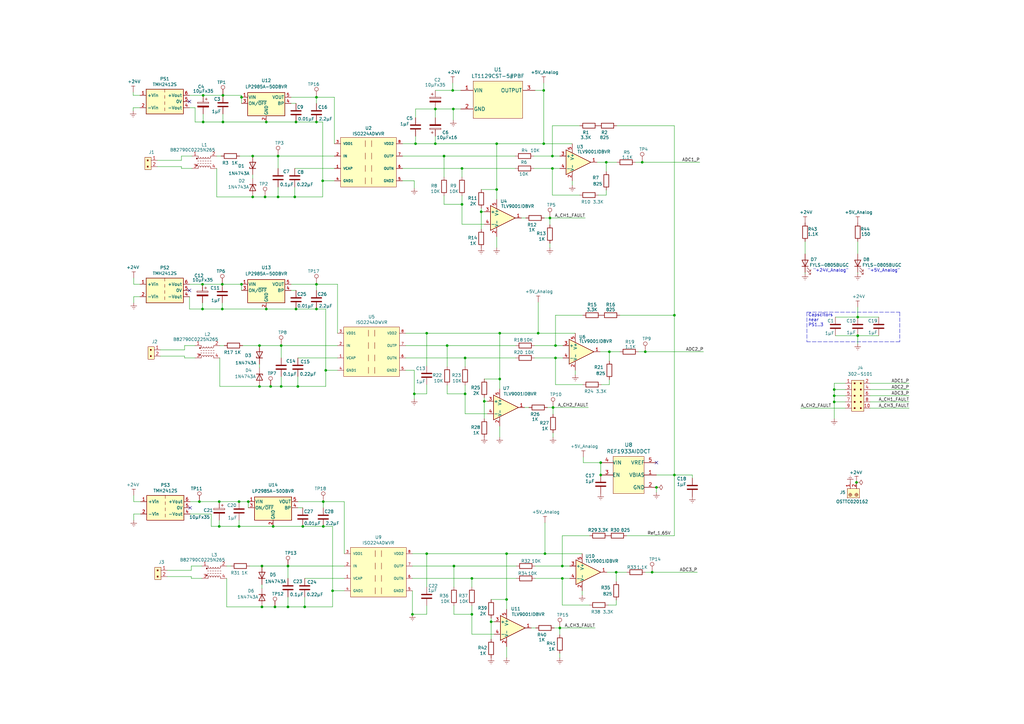
<source format=kicad_sch>
(kicad_sch (version 20211123) (generator eeschema)
  (paper "A3")
  (title_block (title "ШВУ") (date "2021-03-25") (rev "V0.3") (company "ЦВЕТМЕТНАЛАДКА") (comment 1 "Шустов В.И."))
  (junction (at 204.978 136.652))
  (junction (at 83.058 116.586))
  (junction (at 169.926 161.544))
  (junction (at 107.442 248.92))
  (junction (at 132.588 205.74))
  (junction (at 185.674 37.084))
  (junction (at 175.006 227.076))
  (junction (at 201.422 255.016))
  (junction (at 223.012 58.928))
  (junction (at 103.632 80.772))
  (junction (at 342.138 162.306))
  (junction (at 269.24 199.898))
  (junction (at 106.426 141.732))
  (junction (at 114.046 64.008))
  (junction (at 99.06 116.586))
  (junction (at 230.632 237.236))
  (junction (at 223.52 227.076))
  (junction (at 91.44 39.116))
  (junction (at 223.012 37.084))
  (junction (at 132.588 215.9))
  (junction (at 351.79 130.048))
  (junction (at 264.668 144.272))
  (junction (at 114.046 80.772))
  (junction (at 109.22 126.746))
  (junction (at 109.22 50.038))
  (junction (at 169.164 251.968))
  (junction (at 110.998 158.496))
  (junction (at 129.794 50.038))
  (junction (at 124.206 215.9))
  (junction (at 115.316 141.732))
  (junction (at 129.794 126.746))
  (junction (at 89.916 215.9))
  (junction (at 220.726 136.652))
  (junction (at 107.442 232.156))
  (junction (at 83.312 39.116))
  (junction (at 185.928 44.704))
  (junction (at 170.434 58.928))
  (junction (at 207.772 245.872))
  (junction (at 178.562 58.928))
  (junction (at 186.182 232.156))
  (junction (at 98.044 215.9))
  (junction (at 197.358 86.868))
  (junction (at 120.904 80.772))
  (junction (at 190.754 161.544))
  (junction (at 183.388 141.732))
  (junction (at 103.632 64.008))
  (junction (at 193.548 251.968))
  (junction (at 351.282 197.866))
  (junction (at 124.968 248.92))
  (junction (at 227.838 141.732))
  (junction (at 351.79 137.668))
  (junction (at 246.38 194.818))
  (junction (at 101.854 205.74))
  (junction (at 342.138 159.766))
  (junction (at 129.794 39.878))
  (junction (at 226.568 64.008))
  (junction (at 263.398 66.548))
  (junction (at 190.754 146.812))
  (junction (at 83.312 50.038))
  (junction (at 133.604 151.892))
  (junction (at 230.632 232.156))
  (junction (at 204.978 155.448))
  (junction (at 249.936 144.272))
  (junction (at 129.794 116.586))
  (junction (at 112.776 248.92))
  (junction (at 91.44 50.038))
  (junction (at 276.606 129.286))
  (junction (at 193.548 237.236))
  (junction (at 115.316 158.496))
  (junction (at 118.11 232.156))
  (junction (at 122.174 158.496))
  (junction (at 252.73 234.696))
  (junction (at 229.616 257.556))
  (junction (at 136.398 242.316))
  (junction (at 276.606 194.818))
  (junction (at 203.708 58.928))
  (junction (at 226.568 69.088))
  (junction (at 121.412 126.746))
  (junction (at 175.006 136.652))
  (junction (at 98.044 205.74))
  (junction (at 227.838 146.812))
  (junction (at 226.822 167.132))
  (junction (at 198.628 164.592))
  (junction (at 91.186 126.746))
  (junction (at 83.058 126.746))
  (junction (at 248.666 66.548))
  (junction (at 178.562 44.704))
  (junction (at 189.484 69.088))
  (junction (at 267.462 234.696))
  (junction (at 121.412 50.038))
  (junction (at 81.788 205.74))
  (junction (at 118.11 248.92))
  (junction (at 91.186 116.586))
  (junction (at 106.426 158.496))
  (junction (at 99.06 39.878))
  (junction (at 112.014 215.9))
  (junction (at 108.712 80.772))
  (junction (at 89.916 205.74))
  (junction (at 182.118 64.008))
  (junction (at 207.772 227.076))
  (junction (at 189.484 83.82))
  (junction (at 246.38 189.738))
  (junction (at 132.334 74.168))
  (junction (at 225.552 89.408))
  (junction (at 203.708 77.724))
  (junction (at 342.138 164.846))
  (no_connect (at 77.724 119.126))
  (no_connect (at 77.978 208.28))
  (no_connect (at 77.724 41.656))
  (no_connect (at 269.24 189.738))
  (wire (pts (xy 132.334 80.772) (xy 132.334 74.168)))
  (wire (pts (xy 229.616 64.008) (xy 226.568 64.008)))
  (wire (pts (xy 254.254 129.286) (xy 276.606 129.286)))
  (wire (pts (xy 136.398 242.316) (xy 141.224 242.316)))
  (wire (pts (xy 119.38 119.126) (xy 121.412 119.126)))
  (wire (pts (xy 286.004 234.696) (xy 267.462 234.696)))
  (wire (pts (xy 120.904 80.772) (xy 120.904 76.708)))
  (wire (pts (xy 75.692 143.51) (xy 75.692 141.732)))
  (wire (pts (xy 165.1 64.008) (xy 182.118 64.008)))
  (wire (pts (xy 133.604 126.746) (xy 133.604 151.892)))
  (wire (pts (xy 129.794 39.878) (xy 129.794 42.418)))
  (wire (pts (xy 252.73 238.506) (xy 252.73 234.696)))
  (wire (pts (xy 178.562 55.88) (xy 178.562 58.928)))
  (wire (pts (xy 77.724 44.196) (xy 80.01 44.196)))
  (wire (pts (xy 193.548 237.236) (xy 211.836 237.236)))
  (polyline (pts (xy 369.062 128.016) (xy 369.062 140.208)))
  (wire (pts (xy 107.442 232.156) (xy 118.11 232.156)))
  (wire (pts (xy 227.838 129.286) (xy 227.838 141.732)))
  (wire (pts (xy 122.174 205.74) (xy 132.588 205.74)))
  (wire (pts (xy 99.06 39.878) (xy 99.06 39.116)))
  (wire (pts (xy 351.79 99.06) (xy 351.79 104.14)))
  (wire (pts (xy 129.794 116.586) (xy 138.43 116.586)))
  (wire (pts (xy 230.632 219.71) (xy 241.808 219.71)))
  (wire (pts (xy 91.44 50.038) (xy 83.312 50.038)))
  (wire (pts (xy 90.17 146.812) (xy 90.17 158.496)))
  (wire (pts (xy 165.1 69.088) (xy 189.484 69.088)))
  (wire (pts (xy 182.118 64.008) (xy 182.118 72.644)))
  (wire (pts (xy 211.328 64.008) (xy 182.118 64.008)))
  (wire (pts (xy 198.628 164.592) (xy 198.628 171.704)))
  (wire (pts (xy 230.632 219.71) (xy 230.632 232.156)))
  (wire (pts (xy 90.17 141.732) (xy 91.948 141.732)))
  (wire (pts (xy 248.666 80.01) (xy 248.666 77.978)))
  (wire (pts (xy 197.358 85.344) (xy 197.358 86.868)))
  (wire (pts (xy 238.76 242.316) (xy 238.76 244.094)))
  (wire (pts (xy 103.632 73.152) (xy 103.632 71.628)))
  (wire (pts (xy 193.548 240.792) (xy 193.548 237.236)))
  (wire (pts (xy 91.44 46.736) (xy 91.44 50.038)))
  (wire (pts (xy 252.984 51.562) (xy 276.606 51.562)))
  (wire (pts (xy 83.058 126.746) (xy 91.186 126.746)))
  (wire (pts (xy 186.182 251.968) (xy 193.548 251.968)))
  (wire (pts (xy 175.006 136.652) (xy 204.978 136.652)))
  (wire (pts (xy 175.006 248.412) (xy 175.006 251.968)))
  (wire (pts (xy 193.548 260.096) (xy 202.692 260.096)))
  (wire (pts (xy 136.398 215.9) (xy 136.398 242.316)))
  (wire (pts (xy 227.33 257.556) (xy 229.616 257.556)))
  (wire (pts (xy 109.22 126.746) (xy 121.412 126.746)))
  (wire (pts (xy 122.174 158.496) (xy 133.604 158.496)))
  (wire (pts (xy 207.772 269.748) (xy 207.772 265.176)))
  (wire (pts (xy 78.486 236.474) (xy 78.486 237.236)))
  (wire (pts (xy 226.822 167.132) (xy 226.822 169.926)))
  (wire (pts (xy 175.006 161.544) (xy 169.926 161.544)))
  (wire (pts (xy 75.692 146.812) (xy 80.01 146.812)))
  (wire (pts (xy 112.776 248.92) (xy 118.11 248.92)))
  (wire (pts (xy 223.012 37.084) (xy 223.012 58.928)))
  (wire (pts (xy 83.312 46.736) (xy 83.312 50.038)))
  (wire (pts (xy 178.562 48.26) (xy 178.562 44.704)))
  (wire (pts (xy 137.16 39.878) (xy 137.16 58.928)))
  (wire (pts (xy 124.968 248.92) (xy 124.968 244.856)))
  (wire (pts (xy 211.582 141.732) (xy 183.388 141.732)))
  (wire (pts (xy 124.206 215.9) (xy 132.588 215.9)))
  (wire (pts (xy 86.614 215.9) (xy 89.916 215.9)))
  (wire (pts (xy 227.838 141.732) (xy 219.202 141.732)))
  (wire (pts (xy 342.138 164.846) (xy 342.138 162.306)))
  (wire (pts (xy 114.046 69.088) (xy 114.046 64.008)))
  (wire (pts (xy 240.03 89.408) (xy 225.552 89.408)))
  (wire (pts (xy 120.904 80.772) (xy 132.334 80.772)))
  (wire (pts (xy 88.9 80.772) (xy 103.632 80.772)))
  (wire (pts (xy 141.224 205.74) (xy 141.224 227.076)))
  (polyline (pts (xy 369.062 140.208) (xy 330.962 140.208)))
  (wire (pts (xy 213.868 89.408) (xy 215.646 89.408)))
  (wire (pts (xy 166.37 141.732) (xy 183.388 141.732)))
  (wire (pts (xy 175.006 150.114) (xy 175.006 136.652)))
  (wire (pts (xy 122.174 158.496) (xy 122.174 154.432)))
  (wire (pts (xy 74.422 68.326) (xy 74.422 69.088)))
  (wire (pts (xy 169.164 242.316) (xy 169.164 251.968)))
  (wire (pts (xy 276.606 194.818) (xy 283.972 194.818)))
  (wire (pts (xy 252.73 248.158) (xy 252.73 246.126)))
  (wire (pts (xy 165.1 74.168) (xy 169.926 74.168)))
  (wire (pts (xy 342.646 130.048) (xy 351.79 130.048)))
  (wire (pts (xy 229.616 257.556) (xy 229.616 260.35)))
  (wire (pts (xy 86.614 210.82) (xy 86.614 215.9)))
  (wire (pts (xy 249.936 157.734) (xy 249.936 155.702)))
  (wire (pts (xy 246.126 144.272) (xy 249.936 144.272)))
  (wire (pts (xy 77.724 116.586) (xy 83.058 116.586)))
  (wire (pts (xy 189.484 83.82) (xy 189.484 91.948)))
  (wire (pts (xy 287.02 66.548) (xy 263.398 66.548)))
  (wire (pts (xy 77.978 210.82) (xy 86.614 210.82)))
  (wire (pts (xy 203.708 101.6) (xy 203.708 97.028)))
  (wire (pts (xy 89.916 213.36) (xy 89.916 215.9)))
  (wire (pts (xy 260.604 66.548) (xy 263.398 66.548)))
  (wire (pts (xy 288.544 144.272) (xy 264.668 144.272)))
  (wire (pts (xy 230.632 248.158) (xy 241.808 248.158)))
  (wire (pts (xy 75.692 146.05) (xy 75.692 146.812)))
  (wire (pts (xy 198.628 155.448) (xy 204.978 155.448)))
  (wire (pts (xy 102.362 232.156) (xy 107.442 232.156)))
  (wire (pts (xy 166.37 151.892) (xy 169.926 151.892)))
  (wire (pts (xy 351.79 125.984) (xy 351.79 130.048)))
  (wire (pts (xy 129.794 50.038) (xy 132.334 50.038)))
  (wire (pts (xy 92.964 237.236) (xy 92.964 248.92)))
  (wire (pts (xy 136.398 248.92) (xy 136.398 242.316)))
  (wire (pts (xy 264.668 234.696) (xy 267.462 234.696)))
  (wire (pts (xy 248.666 80.01) (xy 245.364 80.01)))
  (wire (pts (xy 233.68 232.156) (xy 230.632 232.156)))
  (wire (pts (xy 223.266 89.408) (xy 225.552 89.408)))
  (wire (pts (xy 211.836 232.156) (xy 186.182 232.156)))
  (wire (pts (xy 219.456 237.236) (xy 230.632 237.236)))
  (wire (pts (xy 54.864 203.2) (xy 54.864 205.74)))
  (wire (pts (xy 351.79 137.668) (xy 360.426 137.668)))
  (wire (pts (xy 114.046 64.008) (xy 137.16 64.008)))
  (wire (pts (xy 122.174 208.28) (xy 124.206 208.28)))
  (wire (pts (xy 77.724 121.666) (xy 77.724 126.746)))
  (wire (pts (xy 183.388 157.988) (xy 183.388 161.544)))
  (wire (pts (xy 342.138 162.306) (xy 342.138 159.766)))
  (wire (pts (xy 175.006 227.076) (xy 175.006 240.792)))
  (wire (pts (xy 124.968 248.92) (xy 136.398 248.92)))
  (wire (pts (xy 77.724 126.746) (xy 83.058 126.746)))
  (wire (pts (xy 169.926 161.544) (xy 169.926 163.576)))
  (wire (pts (xy 193.548 251.968) (xy 193.548 260.096)))
  (wire (pts (xy 92.964 248.92) (xy 107.442 248.92)))
  (wire (pts (xy 219.202 146.812) (xy 227.838 146.812)))
  (wire (pts (xy 132.588 205.74) (xy 141.224 205.74)))
  (wire (pts (xy 207.772 245.872) (xy 207.772 227.076)))
  (wire (pts (xy 98.298 64.008) (xy 103.632 64.008)))
  (wire (pts (xy 166.37 136.652) (xy 175.006 136.652)))
  (wire (pts (xy 201.422 255.016) (xy 201.422 262.128)))
  (wire (pts (xy 80.01 44.196) (xy 80.01 50.038)))
  (wire (pts (xy 88.9 64.008) (xy 90.678 64.008)))
  (wire (pts (xy 169.164 237.236) (xy 193.548 237.236)))
  (wire (pts (xy 252.73 234.696) (xy 257.048 234.696)))
  (wire (pts (xy 54.61 37.846) (xy 54.61 39.116)))
  (wire (pts (xy 269.24 194.818) (xy 276.606 194.818)))
  (wire (pts (xy 57.404 121.666) (xy 54.864 121.666)))
  (wire (pts (xy 114.046 76.708) (xy 114.046 80.772)))
  (wire (pts (xy 276.606 51.562) (xy 276.606 129.286)))
  (wire (pts (xy 169.164 227.076) (xy 175.006 227.076)))
  (wire (pts (xy 356.87 164.846) (xy 372.872 164.846)))
  (wire (pts (xy 115.316 158.496) (xy 122.174 158.496)))
  (wire (pts (xy 342.646 137.668) (xy 351.79 137.668)))
  (wire (pts (xy 197.358 77.724) (xy 203.708 77.724)))
  (wire (pts (xy 166.37 146.812) (xy 190.754 146.812)))
  (wire (pts (xy 226.822 177.546) (xy 226.822 179.324)))
  (wire (pts (xy 185.928 49.276) (xy 185.928 44.704)))
  (wire (pts (xy 103.632 64.008) (xy 114.046 64.008)))
  (wire (pts (xy 203.708 58.928) (xy 223.012 58.928)))
  (wire (pts (xy 226.568 69.088) (xy 229.616 69.088)))
  (wire (pts (xy 99.06 39.878) (xy 99.06 42.418)))
  (wire (pts (xy 129.794 39.878) (xy 137.16 39.878)))
  (wire (pts (xy 328.422 167.386) (xy 346.71 167.386)))
  (wire (pts (xy 185.674 34.036) (xy 185.674 37.084)))
  (wire (pts (xy 241.3 167.132) (xy 226.822 167.132)))
  (wire (pts (xy 175.006 227.076) (xy 207.772 227.076)))
  (wire (pts (xy 248.666 66.548) (xy 252.984 66.548)))
  (wire (pts (xy 91.186 116.586) (xy 99.06 116.586)))
  (wire (pts (xy 224.536 167.132) (xy 226.822 167.132)))
  (wire (pts (xy 226.568 64.008) (xy 218.948 64.008)))
  (wire (pts (xy 204.978 136.652) (xy 220.726 136.652)))
  (wire (pts (xy 98.044 213.36) (xy 98.044 215.9)))
  (wire (pts (xy 119.38 42.418) (xy 121.412 42.418)))
  (wire (pts (xy 190.754 161.544) (xy 190.754 169.672)))
  (wire (pts (xy 54.61 39.116) (xy 57.404 39.116)))
  (wire (pts (xy 115.316 146.812) (xy 115.316 141.732)))
  (wire (pts (xy 183.388 141.732) (xy 183.388 150.368)))
  (wire (pts (xy 356.87 157.226) (xy 372.872 157.226)))
  (wire (pts (xy 227.838 129.286) (xy 239.014 129.286)))
  (wire (pts (xy 178.562 37.084) (xy 185.674 37.084)))
  (wire (pts (xy 57.658 210.82) (xy 54.864 210.82)))
  (wire (pts (xy 110.998 158.496) (xy 115.316 158.496)))
  (wire (pts (xy 204.978 155.448) (xy 204.978 136.652)))
  (wire (pts (xy 107.442 248.92) (xy 112.776 248.92)))
  (wire (pts (xy 225.552 89.408) (xy 225.552 92.202)))
  (wire (pts (xy 91.44 50.038) (xy 109.22 50.038)))
  (wire (pts (xy 342.138 159.766) (xy 342.138 157.226)))
  (wire (pts (xy 132.588 215.9) (xy 136.398 215.9)))
  (wire (pts (xy 235.966 151.892) (xy 235.966 153.67)))
  (wire (pts (xy 115.316 141.732) (xy 138.43 141.732)))
  (wire (pts (xy 64.516 68.326) (xy 74.422 68.326)))
  (wire (pts (xy 276.606 129.286) (xy 276.606 194.818)))
  (wire (pts (xy 201.422 255.016) (xy 202.692 255.016)))
  (wire (pts (xy 169.164 251.968) (xy 175.006 251.968)))
  (wire (pts (xy 98.044 215.9) (xy 112.014 215.9)))
  (polyline (pts (xy 330.962 128.016) (xy 369.062 128.016)))
  (wire (pts (xy 91.186 126.746) (xy 109.22 126.746)))
  (wire (pts (xy 244.856 66.548) (xy 248.666 66.548)))
  (wire (pts (xy 68.58 233.934) (xy 78.486 233.934)))
  (wire (pts (xy 269.24 199.898) (xy 269.24 201.93)))
  (wire (pts (xy 190.754 150.368) (xy 190.754 146.812)))
  (wire (pts (xy 351.79 137.668) (xy 351.79 140.97)))
  (wire (pts (xy 91.186 116.586) (xy 83.058 116.586)))
  (wire (pts (xy 65.786 146.05) (xy 75.692 146.05)))
  (wire (pts (xy 186.182 232.156) (xy 186.182 240.792)))
  (wire (pts (xy 189.484 91.948) (xy 198.628 91.948)))
  (wire (pts (xy 74.422 69.088) (xy 78.74 69.088)))
  (wire (pts (xy 207.772 245.872) (xy 207.772 249.936)))
  (wire (pts (xy 137.16 69.088) (xy 120.904 69.088)))
  (wire (pts (xy 108.712 80.772) (xy 114.046 80.772)))
  (wire (pts (xy 54.864 205.74) (xy 57.658 205.74)))
  (wire (pts (xy 248.92 234.696) (xy 252.73 234.696)))
  (wire (pts (xy 109.22 50.038) (xy 121.412 50.038)))
  (wire (pts (xy 78.486 237.236) (xy 82.804 237.236)))
  (wire (pts (xy 346.71 159.766) (xy 342.138 159.766)))
  (wire (pts (xy 203.708 77.724) (xy 203.708 81.788)))
  (wire (pts (xy 182.118 83.82) (xy 189.484 83.82)))
  (wire (pts (xy 129.794 126.746) (xy 133.604 126.746)))
  (wire (pts (xy 189.484 72.644) (xy 189.484 69.088)))
  (wire (pts (xy 178.562 58.928) (xy 203.708 58.928)))
  (wire (pts (xy 249.936 144.272) (xy 254.254 144.272)))
  (wire (pts (xy 249.936 148.082) (xy 249.936 144.272)))
  (wire (pts (xy 90.17 158.496) (xy 106.426 158.496)))
  (wire (pts (xy 54.61 45.466) (xy 54.61 44.196)))
  (wire (pts (xy 207.772 227.076) (xy 223.52 227.076)))
  (wire (pts (xy 244.094 257.556) (xy 229.616 257.556)))
  (wire (pts (xy 261.874 144.272) (xy 264.668 144.272)))
  (wire (pts (xy 201.422 253.492) (xy 201.422 255.016)))
  (wire (pts (xy 189.484 83.82) (xy 189.484 80.264)))
  (wire (pts (xy 83.312 50.038) (xy 80.01 50.038)))
  (wire (pts (xy 169.164 232.156) (xy 186.182 232.156)))
  (wire (pts (xy 91.44 39.116) (xy 83.312 39.116)))
  (wire (pts (xy 230.886 141.732) (xy 227.838 141.732)))
  (wire (pts (xy 138.43 116.586) (xy 138.43 136.652)))
  (wire (pts (xy 226.568 51.562) (xy 226.568 64.008)))
  (wire (pts (xy 133.604 158.496) (xy 133.604 151.892)))
  (wire (pts (xy 223.52 227.076) (xy 238.76 227.076)))
  (wire (pts (xy 165.1 58.928) (xy 170.434 58.928)))
  (wire (pts (xy 220.726 136.652) (xy 235.966 136.652)))
  (wire (pts (xy 83.058 124.206) (xy 83.058 126.746)))
  (wire (pts (xy 107.442 241.3) (xy 107.442 239.776)))
  (wire (pts (xy 118.11 244.856) (xy 118.11 248.92)))
  (wire (pts (xy 217.932 257.556) (xy 219.71 257.556)))
  (wire (pts (xy 170.434 48.26) (xy 170.434 44.704)))
  (wire (pts (xy 99.568 141.732) (xy 106.426 141.732)))
  (wire (pts (xy 201.422 245.872) (xy 207.772 245.872)))
  (wire (pts (xy 54.864 210.82) (xy 54.864 213.36)))
  (polyline (pts (xy 330.962 128.016) (xy 330.962 140.208)))
  (wire (pts (xy 356.87 167.386) (xy 372.872 167.386)))
  (wire (pts (xy 189.484 69.088) (xy 211.328 69.088)))
  (wire (pts (xy 227.838 146.812) (xy 230.886 146.812)))
  (wire (pts (xy 118.11 237.236) (xy 118.11 232.156)))
  (wire (pts (xy 276.606 194.818) (xy 276.606 219.71)))
  (wire (pts (xy 129.794 116.586) (xy 129.794 119.126)))
  (wire (pts (xy 346.71 162.306) (xy 342.138 162.306)))
  (wire (pts (xy 169.926 151.892) (xy 169.926 161.544)))
  (wire (pts (xy 75.692 141.732) (xy 80.01 141.732)))
  (wire (pts (xy 89.916 205.74) (xy 81.788 205.74)))
  (wire (pts (xy 115.316 154.432) (xy 115.316 158.496)))
  (wire (pts (xy 119.38 39.878) (xy 129.794 39.878)))
  (wire (pts (xy 99.06 116.586) (xy 99.06 119.126)))
  (wire (pts (xy 215.138 167.132) (xy 216.916 167.132)))
  (wire (pts (xy 98.044 205.74) (xy 101.854 205.74)))
  (wire (pts (xy 223.52 227.076) (xy 223.52 214.376)))
  (wire (pts (xy 226.568 69.088) (xy 226.568 80.01)))
  (wire (pts (xy 227.838 146.812) (xy 227.838 157.734)))
  (wire (pts (xy 106.426 150.876) (xy 106.426 149.352)))
  (wire (pts (xy 330.2 99.06) (xy 330.2 104.14)))
  (wire (pts (xy 132.588 205.74) (xy 132.588 208.28)))
  (wire (pts (xy 114.046 80.772) (xy 120.904 80.772)))
  (wire (pts (xy 218.948 69.088) (xy 226.568 69.088)))
  (wire (pts (xy 74.422 65.786) (xy 74.422 64.008)))
  (wire (pts (xy 74.422 64.008) (xy 78.74 64.008)))
  (wire (pts (xy 342.138 157.226) (xy 346.71 157.226)))
  (wire (pts (xy 193.548 251.968) (xy 193.548 248.412)))
  (wire (pts (xy 230.632 237.236) (xy 230.632 248.158)))
  (wire (pts (xy 351.79 130.048) (xy 360.426 130.048)))
  (wire (pts (xy 346.71 164.846) (xy 342.138 164.846)))
  (wire (pts (xy 229.616 267.97) (xy 229.616 269.748)))
  (wire (pts (xy 54.61 44.196) (xy 57.404 44.196)))
  (wire (pts (xy 182.118 80.264) (xy 182.118 83.82)))
  (wire (pts (xy 226.568 51.562) (xy 237.744 51.562)))
  (wire (pts (xy 342.138 171.704) (xy 342.138 164.846)))
  (wire (pts (xy 121.412 50.038) (xy 129.794 50.038)))
  (wire (pts (xy 186.182 248.412) (xy 186.182 251.968)))
  (wire (pts (xy 230.632 237.236) (xy 233.68 237.236)))
  (wire (pts (xy 185.674 37.084) (xy 188.976 37.084)))
  (wire (pts (xy 225.552 99.822) (xy 225.552 101.6)))
  (wire (pts (xy 204.978 155.448) (xy 204.978 159.512)))
  (wire (pts (xy 77.724 39.116) (xy 83.312 39.116)))
  (wire (pts (xy 203.708 77.724) (xy 203.708 58.928)))
  (wire (pts (xy 132.334 74.168) (xy 137.16 74.168)))
  (wire (pts (xy 132.334 50.038) (xy 132.334 74.168)))
  (wire (pts (xy 77.978 205.74) (xy 81.788 205.74)))
  (wire (pts (xy 197.358 86.868) (xy 198.628 86.868)))
  (wire (pts (xy 119.38 116.586) (xy 129.794 116.586)))
  (wire (pts (xy 54.864 114.046) (xy 54.864 116.586)))
  (wire (pts (xy 190.754 161.544) (xy 190.754 157.988)))
  (wire (pts (xy 252.73 248.158) (xy 249.428 248.158)))
  (wire (pts (xy 230.632 232.156) (xy 219.456 232.156)))
  (wire (pts (xy 234.696 74.168) (xy 234.696 75.946)))
  (wire (pts (xy 248.666 70.358) (xy 248.666 66.548)))
  (wire (pts (xy 91.186 124.206) (xy 91.186 126.746)))
  (wire (pts (xy 246.38 189.738) (xy 246.38 194.818)))
  (wire (pts (xy 133.604 151.892) (xy 138.43 151.892)))
  (wire (pts (xy 185.928 44.704) (xy 188.976 44.704)))
  (wire (pts (xy 257.048 219.71) (xy 276.606 219.71)))
  (wire (pts (xy 141.224 237.236) (xy 124.968 237.236)))
  (wire (pts (xy 219.456 37.084) (xy 223.012 37.084)))
  (wire (pts (xy 112.014 215.9) (xy 124.206 215.9)))
  (wire (pts (xy 92.964 232.156) (xy 94.742 232.156)))
  (wire (pts (xy 227.838 157.734) (xy 239.014 157.734)))
  (wire (pts (xy 220.726 136.652) (xy 220.726 123.952)))
  (wire (pts (xy 118.11 232.156) (xy 141.224 232.156)))
  (wire (pts (xy 283.972 194.818) (xy 283.972 196.088)))
  (wire (pts (xy 223.012 34.036) (xy 223.012 37.084)))
  (wire (pts (xy 356.87 159.766) (xy 372.872 159.766)))
  (wire (pts (xy 237.744 80.01) (xy 226.568 80.01)))
  (wire (pts (xy 204.978 179.324) (xy 204.978 174.752)))
  (wire (pts (xy 190.754 146.812) (xy 211.582 146.812)))
  (wire (pts (xy 183.388 161.544) (xy 190.754 161.544)))
  (wire (pts (xy 197.358 86.868) (xy 197.358 93.98)))
  (wire (pts (xy 88.9 69.088) (xy 88.9 80.772)))
  (wire (pts (xy 118.11 248.92) (xy 124.968 248.92)))
  (wire (pts (xy 198.628 164.592) (xy 199.898 164.592)))
  (wire (pts (xy 178.562 44.704) (xy 185.928 44.704)))
  (wire (pts (xy 78.486 233.934) (xy 78.486 232.156)))
  (wire (pts (xy 175.006 157.734) (xy 175.006 161.544)))
  (wire (pts (xy 101.854 205.74) (xy 101.854 208.28)))
  (wire (pts (xy 54.864 121.666) (xy 54.864 124.206)))
  (wire (pts (xy 198.628 163.068) (xy 198.628 164.592)))
  (wire (pts (xy 138.43 146.812) (xy 122.174 146.812)))
  (wire (pts (xy 103.632 80.772) (xy 108.712 80.772)))
  (wire (pts (xy 64.516 65.786) (xy 74.422 65.786)))
  (wire (pts (xy 98.044 205.74) (xy 89.916 205.74)))
  (wire (pts (xy 190.754 169.672) (xy 199.898 169.672)))
  (wire (pts (xy 170.434 58.928) (xy 178.562 58.928)))
  (wire (pts (xy 223.012 58.928) (xy 234.696 58.928)))
  (wire (pts (xy 239.268 189.738) (xy 246.38 189.738)))
  (wire (pts (xy 54.864 116.586) (xy 57.404 116.586)))
  (wire (pts (xy 356.87 162.306) (xy 372.872 162.306)))
  (wire (pts (xy 170.434 55.88) (xy 170.434 58.928)))
  (wire (pts (xy 89.916 215.9) (xy 98.044 215.9)))
  (wire (pts (xy 330.2 112.268) (xy 330.2 111.76)))
  (wire (pts (xy 65.786 143.51) (xy 75.692 143.51)))
  (wire (pts (xy 99.06 39.116) (xy 91.44 39.116)))
  (wire (pts (xy 68.58 236.474) (xy 78.486 236.474)))
  (wire (pts (xy 78.486 232.156) (xy 82.804 232.156)))
  (wire (pts (xy 169.926 74.168) (xy 169.926 77.216)))
  (wire (pts (xy 249.936 157.734) (xy 246.634 157.734)))
  (wire (pts (xy 351.79 112.268) (xy 351.79 111.76)))
  (wire (pts (xy 106.426 141.732) (xy 115.316 141.732)))
  (wire (pts (xy 106.426 158.496) (xy 110.998 158.496)))
  (wire (pts (xy 121.412 126.746) (xy 129.794 126.746)))
  (wire (pts (xy 239.268 187.452) (xy 239.268 189.738)))
  (wire (pts (xy 170.434 44.704) (xy 178.562 44.704)))
  (text "\"+24V_Analog\"" (at 333.502 111.76 0) (effects (font (size 1.27 1.27)) (justify left bottom)))
  (text "Capscitors\nnear\nPS1..3" (at 331.47 134.112 0) (effects (font (size 1.27 1.27)) (justify left bottom)))
  (text "\"+5V_Analog\"" (at 355.854 111.76 0) (effects (font (size 1.27 1.27)) (justify left bottom)))
  (label "A_CH3_FAULT" (at 372.872 167.386 180))
  (label "ADC3_P" (at 286.004 234.696 180))
  (label "ADC1_P" (at 372.872 157.226 180))
  (label "ADC2_P" (at 372.872 159.766 180))
  (label "Ref_1,65V" (at 275.082 219.71 180))
  (label "ADC1_P" (at 287.02 66.548 180))
  (label "A_CH3_FAULT" (at 244.094 257.556 180))
  (label "ADC2_P" (at 288.544 144.272 180))
  (label "A_CH2_FAULT" (at 241.3 167.132 180))
  (label "A_CH1_FAULT" (at 372.872 164.846 180))
  (label "A_CH2_FAULT" (at 328.422 167.386 0))
  (label "A_CH1_FAULT" (at 240.03 89.408 180))
  (label "ADC3_P" (at 372.872 162.306 180))
  (symbol (lib_id "Converter_DCDC:IA2415S") (at 67.564 41.656 0) (unit 1)
    (property "Reference" "PS1" (at 67.564 32.3342 0))
    (property "Value" "TMH2412S" (at 67.564 34.6456 0))
    (property "Footprint" "Converter_DCDC:Converter_DCDC_XP_POWER-IAxxxxS_THT" (effects hide))
    (property "Datasheet" "https://www.terraelectronica.ru/pdf/show?pdf_file=%252Fds%252Fpdf%252FT%252FTMH.pdf" (effects hide))
  )
  (symbol (lib_id "SVIELCOM_Library:LT1129CST-5#PBF") (at 204.216 40.894 0) (unit 1)
    (property "Reference" "U1" (at 204.216 28.5242 0) (effects (font (size 1.524 1.524))))
    (property "Value" "LT1129CST-5#PBF" (at 204.216 31.2166 0) (effects (font (size 1.524 1.524))))
    (property "Footprint" "Package_TO_SOT_SMD:SOT-223-3_TabPin2" (effects hide))
    (property "Datasheet" "https://www.farnell.com/datasheets/1576439.pdf" (effects hide))
  )
  (symbol (lib_id "SVIELCOM_Library:REF1933AIDDCT") (at 257.81 194.818 0) (unit 1)
    (property "Reference" "U8" (at 257.81 182.4482 0) (effects (font (size 1.524 1.524))))
    (property "Value" "REF1933AIDDCT" (at 257.81 185.1406 0) (effects (font (size 1.524 1.524))))
    (property "Footprint" "Package_TO_SOT_SMD:SOT-23-5_HandSoldering" (effects hide))
    (property "Datasheet" "https://www.ti.com/lit/ds/symlink/ref1933.pdf?ts=1620800334381&ref_url=https%253A%252F%252Fwww.ti.com%252Fproduct%252FREF1933%253FkeyMatch%253DREF1933%2526tisearch%253Dsearch-everything%2526usecase%253DGPN" (effects hide))
  )
  (symbol (lib_id "power:GNDREF") (at 185.928 49.276 0) (unit 1)
    (property "Reference" "#PWR03" (effects hide))
    (property "Value" "GNDREF" (effects hide))
  )
  (symbol (lib_id "Device:C") (at 120.904 72.898 0) (unit 1)
    (property "Reference" "C8" (at 121.92 70.612 0) (effects (justify left)))
    (property "Value" "0.22µF" (at 121.666 75.692 0) (effects (justify left)))
    (property "Footprint" "Capacitor_SMD:C_0603_1608Metric_Pad1.08x0.95mm_HandSolder" (effects hide))
    (property "Datasheet" "http://www.farnell.com/datasheets/2710676.pdf" (effects hide))
    (property "Type" "C1608X7R1H224K080AB" (effects hide))
  )
  (symbol (lib_id "Device:R") (at 94.488 64.008 270) (unit 1)
    (property "Reference" "R3" (at 92.456 66.802 90))
    (property "Value" "1K" (at 96.266 66.802 90))
    (property "Footprint" "Resistor_THT:R_Axial_DIN0207_L6.3mm_D2.5mm_P10.16mm_Horizontal" (effects hide))
    (property "Type" "MFR-25FTF52-1K" (effects hide))
  )
  (symbol (lib_id "Device:C") (at 114.046 72.898 0) (unit 1)
    (property "Reference" "C7" (at 116.078 70.358 0) (effects (justify left)))
    (property "Value" "0.1µF" (at 114.808 75.692 0) (effects (justify left)))
    (property "Footprint" "Capacitor_SMD:C_0603_1608Metric_Pad1.08x0.95mm_HandSolder" (effects hide))
    (property "Type" "CL10B104KC8NNNC" (effects hide))
  )
  (symbol (lib_id "Connector:TestPoint") (at 114.046 64.008 0) (unit 1)
    (property "Reference" "TP3" (at 112.776 58.674 0) (effects (justify left)))
    (property "Value" "TestPoint" (effects hide))
    (property "Footprint" "TestPoint:TestPoint_Pad_D1.5mm" (effects hide))
  )
  (symbol (lib_id "Connector:TestPoint") (at 267.462 234.696 0) (unit 1)
    (property "Reference" "TP14" (at 266.192 229.362 0) (effects (justify left)))
    (property "Value" "TestPoint" (effects hide))
    (property "Footprint" "TestPoint:TestPoint_Pad_D1.5mm" (effects hide))
  )
  (symbol (lib_id "Connector:TestPoint") (at 264.668 144.272 0) (unit 1)
    (property "Reference" "TP9" (at 263.398 138.938 0) (effects (justify left)))
    (property "Value" "TestPoint" (effects hide))
    (property "Footprint" "TestPoint:TestPoint_Pad_D1.5mm" (effects hide))
  )
  (symbol (lib_id "Connector:TestPoint") (at 263.398 66.548 0) (unit 1)
    (property "Reference" "TP4" (at 262.128 61.214 0) (effects (justify left)))
    (property "Value" "TestPoint" (effects hide))
    (property "Footprint" "TestPoint:TestPoint_Pad_D1.5mm" (effects hide))
  )
  (symbol (lib_id "dk_Rectangular-Connectors-Headers-Male-Pins:22-23-2021") (at 61.976 65.786 270) (unit 1)
    (property "Reference" "J1" (at 62.1792 62.4078 90))
    (property "Value" "22-23-2021" (effects hide))
    (property "Footprint" "digikey-footprints:PinHeader_1x2_P2.54mm_Drill1.02mm" (effects hide))
    (property "Datasheet" "https://media.digikey.com/pdf/Data%20Sheets/Molex%20PDFs/A-6373-N_Series_Dwg_2010-12-03.pdf" (effects hide))
    (property "Digi-Key_PN" "WM4200-ND" (effects hide))
    (property "MPN" "22-23-2021" (effects hide))
    (property "Category" "Connectors, Interconnects" (effects hide))
    (property "Family" "Rectangular Connectors - Headers, Male Pins" (effects hide))
    (property "DK_Datasheet_Link" "https://media.digikey.com/pdf/Data%20Sheets/Molex%20PDFs/A-6373-N_Series_Dwg_2010-12-03.pdf" (effects hide))
    (property "DK_Detail_Page" "/product-detail/en/molex/22-23-2021/WM4200-ND/26667" (effects hide))
    (property "Description" "CONN HEADER VERT 2POS 2.54MM" (effects hide))
    (property "Manufacturer" "Molex" (effects hide))
    (property "Status" "Active" (effects hide))
  )
  (symbol (lib_id "Device:CP") (at 83.312 42.926 0) (mirror y) (unit 1)
    (property "Reference" "C4" (at 83.82 35.56 0) (effects (justify left)))
    (property "Value" "10µFx35" (at 87.63 37.338 0) (effects (justify left)))
    (property "Footprint" "Capacitor_Tantalum_SMD:CP_EIA-7343-30_AVX-N_Pad2.25x2.55mm_HandSolder" (effects hide))
    (property "Type" "293D106X9035D2TE3" (effects hide))
  )
  (symbol (lib_id "Device:C") (at 91.44 42.926 0) (mirror y) (unit 1)
    (property "Reference" "C3" (at 90.424 40.64 0) (effects (justify left)))
    (property "Value" "1µF" (at 90.678 45.72 0) (effects (justify left)))
    (property "Footprint" "Capacitor_SMD:C_0603_1608Metric_Pad1.08x0.95mm_HandSolder" (effects hide))
    (property "Datasheet" "http://www.farnell.com/datasheets/2710676.pdf" (effects hide))
    (property "Type" "GRM188R7YA105KA12D" (effects hide))
  )
  (symbol (lib_id "Connector:TestPoint") (at 91.44 39.116 0) (mirror y) (unit 1)
    (property "Reference" "TP1" (at 92.71 33.782 0) (effects (justify left)))
    (property "Value" "TestPoint" (effects hide))
    (property "Footprint" "TestPoint:TestPoint_Pad_D1.5mm" (effects hide))
  )
  (symbol (lib_id "Connector:TestPoint") (at 108.712 80.772 0) (mirror y) (unit 1)
    (property "Reference" "TP2" (at 109.982 75.438 0) (effects (justify left)))
    (property "Value" "TestPoint" (effects hide))
    (property "Footprint" "TestPoint:TestPoint_Pad_D1.5mm" (effects hide))
  )
  (symbol (lib_id "SVIELCOM_Library:+24V") (at 185.674 34.036 0) (unit 1)
    (property "Reference" "#PWR01" (effects hide))
    (property "Value" "+24V" (at 186.055 29.6418 0))
  )
  (symbol (lib_id "Device:CP") (at 178.562 40.894 0) (unit 1)
    (property "Reference" "C2" (at 178.054 32.766 0) (effects (justify left)))
    (property "Value" "10µFx35" (at 174.244 34.798 0) (effects (justify left)))
    (property "Footprint" "Capacitor_Tantalum_SMD:CP_EIA-7343-30_AVX-N_Pad2.25x2.55mm_HandSolder" (effects hide))
    (property "Type" "293D106X9035D2TE3" (effects hide))
  )
  (symbol (lib_id "Device:C") (at 342.646 133.858 0) (unit 1)
    (property "Reference" "C1" (at 339.344 131.572 0) (effects (justify left)))
    (property "Value" "1µF" (at 338.328 136.652 0) (effects (justify left)))
    (property "Footprint" "Capacitor_SMD:C_0603_1608Metric_Pad1.08x0.95mm_HandSolder" (effects hide))
    (property "Datasheet" "http://www.farnell.com/datasheets/2710676.pdf" (effects hide))
    (property "Type" "GRM188R7YA105KA12D" (effects hide))
  )
  (symbol (lib_id "Device:CP") (at 178.562 52.07 0) (mirror x) (unit 1)
    (property "Reference" "C6" (at 181.356 54.356 0) (effects (justify left)))
    (property "Value" "10µFx16" (at 179.07 56.388 0) (effects (justify left)))
    (property "Footprint" "Capacitor_Tantalum_SMD:CP_EIA-3216-10_Kemet-I" (effects hide))
    (property "Type" "593D106X9016A2TE3" (effects hide))
  )
  (symbol (lib_id "Device:C") (at 170.434 52.07 0) (unit 1)
    (property "Reference" "C5" (at 166.624 48.514 0) (effects (justify left)))
    (property "Value" "1µF" (at 164.084 50.8 0) (effects (justify left)))
    (property "Footprint" "Capacitor_SMD:C_0603_1608Metric_Pad1.08x0.95mm_HandSolder" (effects hide))
    (property "Datasheet" "http://www.farnell.com/datasheets/2710676.pdf" (effects hide))
    (property "Type" "GRM188R7YA105KA12D" (effects hide))
  )
  (symbol (lib_id "power:GNDREF") (at 169.926 77.216 0) (unit 1)
    (property "Reference" "#PWR05" (effects hide))
    (property "Value" "GNDREF" (effects hide))
  )
  (symbol (lib_id "Diode:1N47xxA") (at 103.632 76.962 270) (unit 1)
    (property "Reference" "D2" (at 97.79 74.168 90) (effects (justify left)))
    (property "Value" "1N4743A" (at 93.472 76.708 90) (effects (justify left)))
    (property "Footprint" "Diode_THT:D_DO-41_SOD81_P10.16mm_Horizontal" (effects hide))
    (property "Datasheet" "https://www.vishay.com/docs/85816/1n4728a.pdf" (effects hide))
  )
  (symbol (lib_id "Diode:1N47xxA") (at 103.632 67.818 90) (unit 1)
    (property "Reference" "D1" (at 100.33 68.072 90) (effects (justify left)))
    (property "Value" "1N4743A" (at 102.362 71.12 90) (effects (justify left)))
    (property "Footprint" "Diode_THT:D_DO-41_SOD81_P10.16mm_Horizontal" (effects hide))
    (property "Datasheet" "https://www.vishay.com/docs/85816/1n4728a.pdf" (effects hide))
  )
  (symbol (lib_id "Device:R") (at 215.138 64.008 270) (unit 1)
    (property "Reference" "R4" (at 215.138 61.722 90))
    (property "Value" "10K" (at 219.456 61.722 90))
    (property "Footprint" "Resistor_SMD:R_0805_2012Metric" (effects hide))
    (property "Type" "RT0805BRB0710KL" (effects hide))
  )
  (symbol (lib_id "Device:R") (at 215.138 69.088 270) (unit 1)
    (property "Reference" "R6" (at 214.884 66.548 90))
    (property "Value" "10K" (at 214.884 71.374 90))
    (property "Footprint" "Resistor_SMD:R_0805_2012Metric" (effects hide))
    (property "Type" "RT0805BRB0710KL" (effects hide))
  )
  (symbol (lib_id "Device:R") (at 182.118 76.454 180) (unit 1)
    (property "Reference" "R8" (at 178.054 76.2 0))
    (property "Value" "10K" (at 178.562 78.486 0))
    (property "Footprint" "Resistor_SMD:R_0805_2012Metric" (effects hide))
    (property "Type" "RT0805BRB0710KL" (effects hide))
  )
  (symbol (lib_id "Device:R") (at 189.484 76.454 180) (unit 1)
    (property "Reference" "R9" (at 185.928 76.2 0))
    (property "Value" "10K" (at 186.182 78.486 0))
    (property "Footprint" "Resistor_SMD:R_0805_2012Metric" (effects hide))
    (property "Type" "RT0805BRB0710KL" (effects hide))
  )
  (symbol (lib_id "Device:R") (at 197.358 81.534 180) (unit 1)
    (property "Reference" "R11" (at 193.802 81.28 0))
    (property "Value" "2K" (at 194.056 83.566 0))
    (property "Footprint" "Resistor_SMD:R_0805_2012Metric" (effects hide))
    (property "Type" "RC0805FR-072KL" (effects hide))
  )
  (symbol (lib_id "power:GNDREF") (at 203.708 101.6 0) (unit 1)
    (property "Reference" "#PWR08" (effects hide))
    (property "Value" "GNDREF" (effects hide))
  )
  (symbol (lib_id "Device:R") (at 197.358 97.79 180) (unit 1)
    (property "Reference" "R14" (at 193.802 97.536 0))
    (property "Value" "1K" (at 194.056 99.822 0))
    (property "Footprint" "Resistor_SMD:R_0805_2012Metric" (effects hide))
    (property "Type" "RC0805FR-071KL" (effects hide))
  )
  (symbol (lib_id "power:GNDREF") (at 197.358 101.6 0) (unit 1)
    (property "Reference" "#PWR07" (effects hide))
    (property "Value" "GNDREF" (effects hide))
  )
  (symbol (lib_id "Device:R") (at 225.552 96.012 180) (unit 1)
    (property "Reference" "R13" (at 221.996 95.758 0))
    (property "Value" "1K" (at 222.25 98.044 0))
    (property "Footprint" "Resistor_SMD:R_0805_2012Metric" (effects hide))
    (property "Type" "RC0805FR-071KL" (effects hide))
  )
  (symbol (lib_id "Device:R") (at 219.456 89.408 90) (unit 1)
    (property "Reference" "R12" (at 218.186 92.202 90))
    (property "Value" "1K" (at 218.186 94.234 90))
    (property "Footprint" "Resistor_SMD:R_0805_2012Metric" (effects hide))
    (property "Type" "RC0805FR-071KL" (effects hide))
  )
  (symbol (lib_id "power:GNDREF") (at 225.552 101.6 0) (unit 1)
    (property "Reference" "#PWR09" (effects hide))
    (property "Value" "GNDREF" (effects hide))
  )
  (symbol (lib_id "power:GNDREF") (at 234.696 75.946 0) (unit 1)
    (property "Reference" "#PWR04" (effects hide))
    (property "Value" "GNDREF" (effects hide))
  )
  (symbol (lib_id "Device:R") (at 241.554 80.01 90) (unit 1)
    (property "Reference" "R10" (at 240.284 82.804 90))
    (property "Value" "3.3K" (at 245.364 82.804 90))
    (property "Footprint" "Resistor_SMD:R_0603_1608Metric" (effects hide))
    (property "Type" "RT0603BRD073K3L" (effects hide))
  )
  (symbol (lib_id "Device:R") (at 241.554 51.562 90) (unit 1)
    (property "Reference" "R1" (at 240.284 54.356 90))
    (property "Value" "3.3K" (at 240.284 56.388 90))
    (property "Footprint" "Resistor_SMD:R_0603_1608Metric" (effects hide))
    (property "Type" "RT0603BRD073K3L" (effects hide))
  )
  (symbol (lib_id "Device:R") (at 256.794 66.548 90) (unit 1)
    (property "Reference" "R5" (at 257.048 62.484 90))
    (property "Value" "1.1K" (at 257.302 64.516 90))
    (property "Footprint" "Resistor_SMD:R_0805_2012Metric" (effects hide))
    (property "Type" "RC0805FR-071K1L" (effects hide))
  )
  (symbol (lib_id "dk_Rectangular-Connectors-Headers-Male-Pins:302-S101") (at 351.79 162.306 0) (unit 1)
    (property "Reference" "J4" (at 352.806 150.876 0))
    (property "Value" "302-S101" (at 352.806 153.416 0))
    (property "Footprint" "digikey-footprints:PinHeader_2x5_P2.54mm_Drill1.2mm" (effects hide))
    (property "Datasheet" "http://www.on-shore.com/wp-content/uploads/2018/04/302-SXX1.pdf" (effects hide))
    (property "Digi-Key_PN" "ED1543-ND" (effects hide))
    (property "MPN" "302-S101" (effects hide))
    (property "Category" "Connectors, Interconnects" (effects hide))
    (property "Family" "Rectangular Connectors - Headers, Male Pins" (effects hide))
    (property "DK_Datasheet_Link" "http://www.on-shore.com/wp-content/uploads/2018/04/302-SXX1.pdf" (effects hide))
    (property "DK_Detail_Page" "/product-detail/en/on-shore-technology-inc/302-S101/ED1543-ND/2178422" (effects hide))
    (property "Description" "CONN HEADER VERT 10POS 2.54MM" (effects hide))
    (property "Manufacturer" "On Shore Technology Inc." (effects hide))
    (property "Status" "Active" (effects hide))
  )
  (symbol (lib_id "Device:L_Core_Ferrite_Coupled") (at 85.09 144.272 0) (unit 1)
    (property "Reference" "L2" (at 85.09 137.1346 0))
    (property "Value" "B82790C0225N265" (at 80.264 139.192 0))
    (property "Footprint" "SVIELCOM:B82790C0225N265" (effects hide))
    (property "Datasheet" "https://www.terraelectronica.ru/pdf/show?pdf_file=%252Fds%252Fpdf%252FB%252FB82790.pdf" (effects hide))
    (property "Type" "B82790C0225N265" (effects hide))
  )
  (symbol (lib_id "Analog_decoupling-rescue:ISO224ADWVR-Isolator-Схема-и-печатная-плата-rescue") (at 135.89 136.652 0) (unit 1)
    (property "Reference" "U5" (at 152.4 129.921 0))
    (property "Value" "ISO224ADWVR" (at 152.4 132.2324 0))
    (property "Footprint" "SVIELCOM:Texas_Instruments-DWV0008A-0-0-IPC_A" (effects hide))
    (property "Datasheet" "https://www.ti.com/lit/ds/symlink/iso224.pdf" (effects hide))
    (property "ambient temperature range high" "+125°C" (effects hide))
    (property "ambient temperature range low" "-55°C" (effects hide))
    (property "automotive" "No" (effects hide))
    (property "category" "IC" (effects hide))
    (property "device class L1" "Integrated Circuits (ICs)" (effects hide))
    (property "device class L2" "Linear ICs" (effects hide))
    (property "device class L3" "unset" (effects hide))
    (property "digikey description" "IC ISOLATED 8SOIC" (effects hide))
    (property "digikey part number" "296-52315-1-ND" (effects hide))
    (property "gain bandwidth" "185kHz" (effects hide))
    (property "height" "2.8mm" (effects hide))
    (property "input bias current" "0.015uA" (effects hide))
    (property "input offset voltage" "1mV" (effects hide))
    (property "lead free" "Yes" (effects hide))
    (property "library id" "f96fe3b55d649421" (effects hide))
    (property "manufacturer" "Texas Instruments" (effects hide))
    (property "max junction temp" "+150°C" (effects hide))
    (property "max supply voltage" "18V" (effects hide))
    (property "min supply voltage" "4.5V" (effects hide))
    (property "mouser description" "Reinforced isolated amplifier for voltage sensing with ±12-V input 8-SOIC -55 to 125" (effects hide))
    (property "mouser part number" "595-ISO224ADWVR" (effects hide))
    (property "number of channels" "1" (effects hide))
    (property "output current per channel" "18mA" (effects hide))
    (property "package" "SOICW8" (effects hide))
    (property "response time" "250us" (effects hide))
    (property "rohs" "Yes" (effects hide))
    (property "standoff height" "0.36mm" (effects hide))
    (property "temperature range high" "+125°C" (effects hide))
    (property "temperature range low" "-55°C" (effects hide))
    (property "voltage gain" "0.001/3V/mV" (effects hide))
  )
  (symbol (lib_id "Converter_DCDC:IA2415S") (at 67.564 119.126 0) (unit 1)
    (property "Reference" "PS2" (at 67.564 109.8042 0))
    (property "Value" "TMH2412S" (at 67.564 112.1156 0))
    (property "Footprint" "Converter_DCDC:Converter_DCDC_XP_POWER-IAxxxxS_THT" (effects hide))
    (property "Datasheet" "https://www.terraelectronica.ru/pdf/show?pdf_file=%252Fds%252Fpdf%252FT%252FTMH.pdf" (effects hide))
  )
  (symbol (lib_id "Device:C") (at 122.174 150.622 0) (unit 1)
    (property "Reference" "C15" (at 123.19 148.336 0) (effects (justify left)))
    (property "Value" "0.22µF" (at 122.936 153.416 0) (effects (justify left)))
    (property "Footprint" "Capacitor_SMD:C_0603_1608Metric_Pad1.08x0.95mm_HandSolder" (effects hide))
    (property "Datasheet" "http://www.farnell.com/datasheets/2710676.pdf" (effects hide))
    (property "Type" "C1608X7R1H224K080AB" (effects hide))
  )
  (symbol (lib_id "Device:R") (at 95.758 141.732 270) (unit 1)
    (property "Reference" "R17" (at 93.726 144.526 90))
    (property "Value" "1K" (at 97.536 144.526 90))
    (property "Footprint" "Resistor_THT:R_Axial_DIN0207_L6.3mm_D2.5mm_P10.16mm_Horizontal" (effects hide))
    (property "Type" "MFR-25FTF52-1K" (effects hide))
  )
  (symbol (lib_id "Device:C") (at 115.316 150.622 0) (unit 1)
    (property "Reference" "C14" (at 117.348 148.082 0) (effects (justify left)))
    (property "Value" "0.1µF" (at 116.078 153.416 0) (effects (justify left)))
    (property "Footprint" "Capacitor_SMD:C_0603_1608Metric_Pad1.08x0.95mm_HandSolder" (effects hide))
    (property "Type" "CL10B104KC8NNNC" (effects hide))
  )
  (symbol (lib_id "Connector:TestPoint") (at 115.316 141.732 0) (unit 1)
    (property "Reference" "TP8" (at 114.046 136.398 0) (effects (justify left)))
    (property "Value" "TestPoint" (effects hide))
    (property "Footprint" "TestPoint:TestPoint_Pad_D1.5mm" (effects hide))
  )
  (symbol (lib_id "dk_Rectangular-Connectors-Headers-Male-Pins:22-23-2021") (at 63.246 143.51 270) (unit 1)
    (property "Reference" "J2" (at 63.4492 140.1318 90))
    (property "Value" "22-23-2021" (effects hide))
    (property "Footprint" "digikey-footprints:PinHeader_1x2_P2.54mm_Drill1.02mm" (effects hide))
    (property "Datasheet" "https://media.digikey.com/pdf/Data%20Sheets/Molex%20PDFs/A-6373-N_Series_Dwg_2010-12-03.pdf" (effects hide))
    (property "Digi-Key_PN" "WM4200-ND" (effects hide))
    (property "MPN" "22-23-2021" (effects hide))
    (property "Category" "Connectors, Interconnects" (effects hide))
    (property "Family" "Rectangular Connectors - Headers, Male Pins" (effects hide))
    (property "DK_Datasheet_Link" "https://media.digikey.com/pdf/Data%20Sheets/Molex%20PDFs/A-6373-N_Series_Dwg_2010-12-03.pdf" (effects hide))
    (property "DK_Detail_Page" "/product-detail/en/molex/22-23-2021/WM4200-ND/26667" (effects hide))
    (property "Description" "CONN HEADER VERT 2POS 2.54MM" (effects hide))
    (property "Manufacturer" "Molex" (effects hide))
    (property "Status" "Active" (effects hide))
  )
  (symbol (lib_id "Device:CP") (at 83.058 120.396 0) (mirror y) (unit 1)
    (property "Reference" "C12" (at 83.566 113.03 0) (effects (justify left)))
    (property "Value" "10µFx35" (at 87.376 114.808 0) (effects (justify left)))
    (property "Footprint" "Capacitor_Tantalum_SMD:CP_EIA-7343-30_AVX-N_Pad2.25x2.55mm_HandSolder" (effects hide))
    (property "Type" "293D106X9035D2TE3" (effects hide))
  )
  (symbol (lib_id "Device:C") (at 91.186 120.396 0) (mirror y) (unit 1)
    (property "Reference" "C11" (at 90.17 118.11 0) (effects (justify left)))
    (property "Value" "1µF" (at 90.424 123.19 0) (effects (justify left)))
    (property "Footprint" "Capacitor_SMD:C_0603_1608Metric_Pad1.08x0.95mm_HandSolder" (effects hide))
    (property "Datasheet" "http://www.farnell.com/datasheets/2710676.pdf" (effects hide))
    (property "Type" "GRM188R7YA105KA12D" (effects hide))
  )
  (symbol (lib_id "Connector:TestPoint") (at 91.186 116.586 0) (mirror y) (unit 1)
    (property "Reference" "TP6" (at 92.456 111.252 0) (effects (justify left)))
    (property "Value" "TestPoint" (effects hide))
    (property "Footprint" "TestPoint:TestPoint_Pad_D1.5mm" (effects hide))
  )
  (symbol (lib_id "Connector:TestPoint") (at 110.998 158.496 0) (unit 1)
    (property "Reference" "TP7" (at 109.728 153.162 0) (effects (justify left)))
    (property "Value" "TestPoint" (effects hide))
    (property "Footprint" "TestPoint:TestPoint_Pad_D1.5mm" (effects hide))
  )
  (symbol (lib_id "SVIELCOM_Library:+24V") (at 54.864 114.046 0) (mirror y) (unit 1)
    (property "Reference" "#PWR010" (effects hide))
    (property "Value" "+24V" (at 54.483 109.6518 0))
  )
  (symbol (lib_id "Device:C") (at 351.79 133.858 0) (mirror y) (unit 1)
    (property "Reference" "C10" (at 351.028 131.572 0) (effects (justify left)))
    (property "Value" "1µF" (at 351.028 136.398 0) (effects (justify left)))
    (property "Footprint" "Capacitor_SMD:C_0603_1608Metric_Pad1.08x0.95mm_HandSolder" (effects hide))
    (property "Datasheet" "http://www.farnell.com/datasheets/2710676.pdf" (effects hide))
    (property "Type" "GRM188R7YA105KA12D" (effects hide))
  )
  (symbol (lib_id "Device:C") (at 175.006 153.924 180) (unit 1)
    (property "Reference" "C13" (at 174.498 151.13 0) (effects (justify left)))
    (property "Value" "1µF" (at 174.498 156.464 0) (effects (justify left)))
    (property "Footprint" "Capacitor_SMD:C_0603_1608Metric_Pad1.08x0.95mm_HandSolder" (effects hide))
    (property "Datasheet" "http://www.farnell.com/datasheets/2710676.pdf" (effects hide))
    (property "Type" "GRM188R7YA105KA12D" (effects hide))
  )
  (symbol (lib_id "power:GNDREF") (at 169.926 163.576 0) (unit 1)
    (property "Reference" "#PWR014" (effects hide))
    (property "Value" "GNDREF" (effects hide))
  )
  (symbol (lib_id "Device:R") (at 215.392 141.732 270) (unit 1)
    (property "Reference" "R18" (at 212.598 139.446 90))
    (property "Value" "10K" (at 216.662 139.446 90))
    (property "Footprint" "Resistor_SMD:R_0805_2012Metric" (effects hide))
    (property "Type" "RT0805BRB0710KL" (effects hide))
  )
  (symbol (lib_id "Device:R") (at 215.392 146.812 270) (unit 1)
    (property "Reference" "R20" (at 212.598 144.526 90))
    (property "Value" "10K" (at 217.17 144.526 90))
    (property "Footprint" "Resistor_SMD:R_0805_2012Metric" (effects hide))
    (property "Type" "RT0805BRB0710KL" (effects hide))
  )
  (symbol (lib_id "Device:R") (at 183.388 154.178 180) (unit 1)
    (property "Reference" "R22" (at 179.324 153.924 0))
    (property "Value" "10K" (at 179.832 156.21 0))
    (property "Footprint" "Resistor_SMD:R_0805_2012Metric" (effects hide))
    (property "Type" "RT0805BRB0710KL" (effects hide))
  )
  (symbol (lib_id "Device:R") (at 190.754 154.178 180) (unit 1)
    (property "Reference" "R23" (at 187.198 153.924 0))
    (property "Value" "10K" (at 187.452 156.21 0))
    (property "Footprint" "Resistor_SMD:R_0805_2012Metric" (effects hide))
    (property "Type" "RT0805BRB0710KL" (effects hide))
  )
  (symbol (lib_id "Device:R") (at 198.628 159.258 180) (unit 1)
    (property "Reference" "R25" (at 195.072 159.004 0))
    (property "Value" "2K" (at 195.326 161.29 0))
    (property "Footprint" "Resistor_SMD:R_0805_2012Metric" (effects hide))
    (property "Type" "RC0805FR-072KL" (effects hide))
  )
  (symbol (lib_id "power:GNDREF") (at 204.978 179.324 0) (unit 1)
    (property "Reference" "#PWR017" (effects hide))
    (property "Value" "GNDREF" (effects hide))
  )
  (symbol (lib_id "Device:R") (at 198.628 175.514 180) (unit 1)
    (property "Reference" "R28" (at 195.072 175.26 0))
    (property "Value" "1K" (at 195.326 177.546 0))
    (property "Footprint" "Resistor_SMD:R_0805_2012Metric" (effects hide))
    (property "Type" "RC0805FR-071KL" (effects hide))
  )
  (symbol (lib_id "power:GNDREF") (at 198.628 179.324 0) (unit 1)
    (property "Reference" "#PWR016" (effects hide))
    (property "Value" "GNDREF" (effects hide))
  )
  (symbol (lib_id "Device:R") (at 226.822 173.736 180) (unit 1)
    (property "Reference" "R27" (at 223.266 173.482 0))
    (property "Value" "1K" (at 223.52 175.768 0))
    (property "Footprint" "Resistor_SMD:R_0805_2012Metric" (effects hide))
    (property "Type" "RC0805FR-071KL" (effects hide))
  )
  (symbol (lib_id "Device:R") (at 220.726 167.132 90) (unit 1)
    (property "Reference" "R26" (at 219.456 169.926 90))
    (property "Value" "1K" (at 219.456 171.958 90))
    (property "Footprint" "Resistor_SMD:R_0805_2012Metric" (effects hide))
    (property "Type" "RC0805FR-071KL" (effects hide))
  )
  (symbol (lib_id "power:GNDREF") (at 226.822 179.324 0) (unit 1)
    (property "Reference" "#PWR018" (effects hide))
    (property "Value" "GNDREF" (effects hide))
  )
  (symbol (lib_id "power:GNDREF") (at 235.966 153.67 0) (unit 1)
    (property "Reference" "#PWR013" (effects hide))
    (property "Value" "GNDREF" (effects hide))
  )
  (symbol (lib_id "Device:R") (at 258.064 144.272 90) (unit 1)
    (property "Reference" "R19" (at 258.318 140.208 90))
    (property "Value" "1.1K" (at 258.572 142.24 90))
    (property "Footprint" "Resistor_SMD:R_0805_2012Metric" (effects hide))
    (property "Type" "RC0805FR-071K1L" (effects hide))
  )
  (symbol (lib_id "power:GNDREF") (at 342.138 171.704 0) (unit 1)
    (property "Reference" "#PWR06" (effects hide))
    (property "Value" "GNDREF" (effects hide))
  )
  (symbol (lib_id "power:GNDREF") (at 54.864 124.206 0) (mirror y) (unit 1)
    (property "Reference" "#PWR012" (effects hide))
    (property "Value" "GNDREF" (effects hide))
  )
  (symbol (lib_id "Device:L_Core_Ferrite_Coupled") (at 87.884 234.696 0) (unit 1)
    (property "Reference" "L3" (at 87.884 227.5586 0))
    (property "Value" "B82790C0225N265" (at 83.058 229.616 0))
    (property "Footprint" "SVIELCOM:B82790C0225N265" (effects hide))
    (property "Datasheet" "https://www.terraelectronica.ru/pdf/show?pdf_file=%252Fds%252Fpdf%252FB%252FB82790.pdf" (effects hide))
    (property "Type" "B82790C0225N265" (effects hide))
  )
  (symbol (lib_id "Analog_decoupling-rescue:ISO224ADWVR-Isolator-Схема-и-печатная-плата-rescue") (at 138.684 227.076 0) (unit 1)
    (property "Reference" "U9" (at 155.194 220.345 0))
    (property "Value" "ISO224ADWVR" (at 155.194 222.6564 0))
    (property "Footprint" "SVIELCOM:Texas_Instruments-DWV0008A-0-0-IPC_A" (effects hide))
    (property "Datasheet" "https://www.ti.com/lit/ds/symlink/iso224.pdf" (effects hide))
    (property "ambient temperature range high" "+125°C" (effects hide))
    (property "ambient temperature range low" "-55°C" (effects hide))
    (property "automotive" "No" (effects hide))
    (property "category" "IC" (effects hide))
    (property "device class L1" "Integrated Circuits (ICs)" (effects hide))
    (property "device class L2" "Linear ICs" (effects hide))
    (property "device class L3" "unset" (effects hide))
    (property "digikey description" "IC ISOLATED 8SOIC" (effects hide))
    (property "digikey part number" "296-52315-1-ND" (effects hide))
    (property "gain bandwidth" "185kHz" (effects hide))
    (property "height" "2.8mm" (effects hide))
    (property "input bias current" "0.015uA" (effects hide))
    (property "input offset voltage" "1mV" (effects hide))
    (property "lead free" "Yes" (effects hide))
    (property "library id" "f96fe3b55d649421" (effects hide))
    (property "manufacturer" "Texas Instruments" (effects hide))
    (property "max junction temp" "+150°C" (effects hide))
    (property "max supply voltage" "18V" (effects hide))
    (property "min supply voltage" "4.5V" (effects hide))
    (property "mouser description" "Reinforced isolated amplifier for voltage sensing with ±12-V input 8-SOIC -55 to 125" (effects hide))
    (property "mouser part number" "595-ISO224ADWVR" (effects hide))
    (property "number of channels" "1" (effects hide))
    (property "output current per channel" "18mA" (effects hide))
    (property "package" "SOICW8" (effects hide))
    (property "response time" "250us" (effects hide))
    (property "rohs" "Yes" (effects hide))
    (property "standoff height" "0.36mm" (effects hide))
    (property "temperature range high" "+125°C" (effects hide))
    (property "temperature range low" "-55°C" (effects hide))
    (property "voltage gain" "0.001/3V/mV" (effects hide))
  )
  (symbol (lib_id "Converter_DCDC:IA2415S") (at 67.818 208.28 0) (unit 1)
    (property "Reference" "PS3" (at 67.818 198.9582 0))
    (property "Value" "TMH2412S" (at 67.818 201.2696 0))
    (property "Footprint" "Converter_DCDC:Converter_DCDC_XP_POWER-IAxxxxS_THT" (effects hide))
    (property "Datasheet" "https://www.terraelectronica.ru/pdf/show?pdf_file=%252Fds%252Fpdf%252FT%252FTMH.pdf" (effects hide))
  )
  (symbol (lib_id "Device:C") (at 124.968 241.046 0) (unit 1)
    (property "Reference" "C24" (at 125.984 238.76 0) (effects (justify left)))
    (property "Value" "0.22µF" (at 125.73 243.84 0) (effects (justify left)))
    (property "Footprint" "Capacitor_SMD:C_0603_1608Metric_Pad1.08x0.95mm_HandSolder" (effects hide))
    (property "Datasheet" "http://www.farnell.com/datasheets/2710676.pdf" (effects hide))
    (property "Type" "C1608X7R1H224K080AB" (effects hide))
  )
  (symbol (lib_id "Device:R") (at 98.552 232.156 270) (unit 1)
    (property "Reference" "R31" (at 96.52 234.95 90))
    (property "Value" "1K" (at 100.33 234.95 90))
    (property "Footprint" "Resistor_THT:R_Axial_DIN0207_L6.3mm_D2.5mm_P10.16mm_Horizontal" (effects hide))
    (property "Type" "MFR-25FTF52-1K" (effects hide))
  )
  (symbol (lib_id "Device:C") (at 118.11 241.046 0) (unit 1)
    (property "Reference" "C23" (at 120.142 238.506 0) (effects (justify left)))
    (property "Value" "0.1µF" (at 118.872 243.84 0) (effects (justify left)))
    (property "Footprint" "Capacitor_SMD:C_0603_1608Metric_Pad1.08x0.95mm_HandSolder" (effects hide))
    (property "Type" "CL10B104KC8NNNC" (effects hide))
  )
  (symbol (lib_id "Connector:TestPoint") (at 118.11 232.156 0) (unit 1)
    (property "Reference" "TP13" (at 116.84 226.822 0) (effects (justify left)))
    (property "Value" "TestPoint" (effects hide))
    (property "Footprint" "TestPoint:TestPoint_Pad_D1.5mm" (effects hide))
  )
  (symbol (lib_id "dk_Rectangular-Connectors-Headers-Male-Pins:22-23-2021") (at 66.04 233.934 270) (unit 1)
    (property "Reference" "J3" (at 66.2432 230.5558 90))
    (property "Value" "22-23-2021" (effects hide))
    (property "Footprint" "digikey-footprints:PinHeader_1x2_P2.54mm_Drill1.02mm" (effects hide))
    (property "Datasheet" "https://media.digikey.com/pdf/Data%20Sheets/Molex%20PDFs/A-6373-N_Series_Dwg_2010-12-03.pdf" (effects hide))
    (property "Digi-Key_PN" "WM4200-ND" (effects hide))
    (property "MPN" "22-23-2021" (effects hide))
    (property "Category" "Connectors, Interconnects" (effects hide))
    (property "Family" "Rectangular Connectors - Headers, Male Pins" (effects hide))
    (property "DK_Datasheet_Link" "https://media.digikey.com/pdf/Data%20Sheets/Molex%20PDFs/A-6373-N_Series_Dwg_2010-12-03.pdf" (effects hide))
    (property "DK_Detail_Page" "/product-detail/en/molex/22-23-2021/WM4200-ND/26667" (effects hide))
    (property "Description" "CONN HEADER VERT 2POS 2.54MM" (effects hide))
    (property "Manufacturer" "Molex" (effects hide))
    (property "Status" "Active" (effects hide))
  )
  (symbol (lib_id "Device:CP") (at 89.916 209.55 0) (mirror y) (unit 1)
    (property "Reference" "C21" (at 87.376 209.296 0) (effects (justify left)))
    (property "Value" "10µFx35" (at 86.106 212.09 0) (effects (justify left)))
    (property "Footprint" "Capacitor_Tantalum_SMD:CP_EIA-7343-30_AVX-N_Pad2.25x2.55mm_HandSolder" (effects hide))
    (property "Type" "293D106X9035D2TE3" (effects hide))
  )
  (symbol (lib_id "Device:C") (at 98.044 209.55 0) (mirror y) (unit 1)
    (property "Reference" "C20" (at 97.028 207.264 0) (effects (justify left)))
    (property "Value" "1µF" (at 97.282 212.344 0) (effects (justify left)))
    (property "Footprint" "Capacitor_SMD:C_0603_1608Metric_Pad1.08x0.95mm_HandSolder" (effects hide))
    (property "Datasheet" "http://www.farnell.com/datasheets/2710676.pdf" (effects hide))
    (property "Type" "GRM188R7YA105KA12D" (effects hide))
  )
  (symbol (lib_id "Connector:TestPoint") (at 81.788 205.74 0) (mirror y) (unit 1)
    (property "Reference" "TP11" (at 83.058 200.406 0) (effects (justify left)))
    (property "Value" "TestPoint" (effects hide))
    (property "Footprint" "TestPoint:TestPoint_Pad_D1.5mm" (effects hide))
  )
  (symbol (lib_id "Connector:TestPoint") (at 112.776 248.92 0) (unit 1)
    (property "Reference" "TP12" (at 111.506 243.586 0) (effects (justify left)))
    (property "Value" "TestPoint" (effects hide))
    (property "Footprint" "TestPoint:TestPoint_Pad_D1.5mm" (effects hide))
  )
  (symbol (lib_id "SVIELCOM_Library:+24V") (at 54.864 203.2 0) (mirror y) (unit 1)
    (property "Reference" "#PWR020" (effects hide))
    (property "Value" "+24V" (at 54.483 198.8058 0))
  )
  (symbol (lib_id "Device:C") (at 360.426 133.858 0) (mirror y) (unit 1)
    (property "Reference" "C19" (at 359.918 131.572 0) (effects (justify left)))
    (property "Value" "1µF" (at 359.918 136.398 0) (effects (justify left)))
    (property "Footprint" "Capacitor_SMD:C_0603_1608Metric_Pad1.08x0.95mm_HandSolder" (effects hide))
    (property "Datasheet" "http://www.farnell.com/datasheets/2710676.pdf" (effects hide))
    (property "Type" "GRM188R7YA105KA12D" (effects hide))
  )
  (symbol (lib_id "Device:C") (at 175.006 244.602 180) (unit 1)
    (property "Reference" "C22" (at 179.578 240.284 0) (effects (justify left)))
    (property "Value" "1µF" (at 179.324 242.062 0) (effects (justify left)))
    (property "Footprint" "Capacitor_SMD:C_0603_1608Metric_Pad1.08x0.95mm_HandSolder" (effects hide))
    (property "Datasheet" "http://www.farnell.com/datasheets/2710676.pdf" (effects hide))
    (property "Type" "GRM188R7YA105KA12D" (effects hide))
  )
  (symbol (lib_id "power:GNDREF") (at 169.164 251.968 0) (unit 1)
    (property "Reference" "#PWR027" (effects hide))
    (property "Value" "GNDREF" (effects hide))
  )
  (symbol (lib_id "Device:R") (at 215.646 232.156 270) (unit 1)
    (property "Reference" "R32" (at 215.646 230.124 90))
    (property "Value" "10K" (at 219.964 230.124 90))
    (property "Footprint" "Resistor_SMD:R_0805_2012Metric" (effects hide))
    (property "Type" "RT0805BRB0710KL" (effects hide))
  )
  (symbol (lib_id "Device:R") (at 215.646 237.236 270) (unit 1)
    (property "Reference" "R34" (at 214.376 235.204 90))
    (property "Value" "10K" (at 218.44 235.204 90))
    (property "Footprint" "Resistor_SMD:R_0805_2012Metric" (effects hide))
    (property "Type" "RT0805BRB0710KL" (effects hide))
  )
  (symbol (lib_id "Device:R") (at 186.182 244.602 180) (unit 1)
    (property "Reference" "R36" (at 182.118 244.348 0))
    (property "Value" "10K" (at 182.626 246.634 0))
    (property "Footprint" "Resistor_SMD:R_0805_2012Metric" (effects hide))
    (property "Type" "RT0805BRB0710KL" (effects hide))
  )
  (symbol (lib_id "Device:R") (at 193.548 244.602 180) (unit 1)
    (property "Reference" "R37" (at 189.992 244.348 0))
    (property "Value" "10K" (at 190.246 246.634 0))
    (property "Footprint" "Resistor_SMD:R_0805_2012Metric" (effects hide))
    (property "Type" "RT0805BRB0710KL" (effects hide))
  )
  (symbol (lib_id "Device:R") (at 201.422 249.682 180) (unit 1)
    (property "Reference" "R39" (at 197.866 249.428 0))
    (property "Value" "2K" (at 198.12 251.714 0))
    (property "Footprint" "Resistor_SMD:R_0805_2012Metric" (effects hide))
    (property "Type" "RC0805FR-072KL" (effects hide))
  )
  (symbol (lib_id "power:GNDREF") (at 207.772 269.748 0) (unit 1)
    (property "Reference" "#PWR030" (effects hide))
    (property "Value" "GNDREF" (effects hide))
  )
  (symbol (lib_id "Device:R") (at 201.422 265.938 180) (unit 1)
    (property "Reference" "R42" (at 197.866 265.684 0))
    (property "Value" "1K" (at 198.12 267.97 0))
    (property "Footprint" "Resistor_SMD:R_0805_2012Metric" (effects hide))
    (property "Type" "RC0805FR-071KL" (effects hide))
  )
  (symbol (lib_id "power:GNDREF") (at 201.422 269.748 0) (unit 1)
    (property "Reference" "#PWR029" (effects hide))
    (property "Value" "GNDREF" (effects hide))
  )
  (symbol (lib_id "Device:R") (at 229.616 264.16 180) (unit 1)
    (property "Reference" "R41" (at 226.06 263.906 0))
    (property "Value" "1K" (at 226.314 266.192 0))
    (property "Footprint" "Resistor_SMD:R_0805_2012Metric" (effects hide))
    (property "Type" "RC0805FR-071KL" (effects hide))
  )
  (symbol (lib_id "Device:R") (at 223.52 257.556 90) (unit 1)
    (property "Reference" "R40" (at 222.25 260.35 90))
    (property "Value" "1K" (at 222.25 262.382 90))
    (property "Footprint" "Resistor_SMD:R_0805_2012Metric" (effects hide))
    (property "Type" "RC0805FR-071KL" (effects hide))
  )
  (symbol (lib_id "power:GNDREF") (at 229.616 269.748 0) (unit 1)
    (property "Reference" "#PWR031" (effects hide))
    (property "Value" "GNDREF" (effects hide))
  )
  (symbol (lib_id "power:GNDREF") (at 238.76 244.094 0) (unit 1)
    (property "Reference" "#PWR026" (effects hide))
    (property "Value" "GNDREF" (effects hide))
  )
  (symbol (lib_id "Device:R") (at 260.858 234.696 90) (unit 1)
    (property "Reference" "R33" (at 259.08 232.664 90))
    (property "Value" "1.1K" (at 263.398 232.664 90))
    (property "Footprint" "Resistor_SMD:R_0805_2012Metric" (effects hide))
    (property "Type" "RC0805FR-071K1L" (effects hide))
  )
  (symbol (lib_id "power:GNDREF") (at 54.864 213.36 0) (mirror y) (unit 1)
    (property "Reference" "#PWR025" (effects hide))
    (property "Value" "GNDREF" (effects hide))
  )
  (symbol (lib_id "SVIELCOM_Library:+5V_Analog") (at 223.012 34.036 0) (unit 1)
    (property "Reference" "#PWR02" (effects hide))
    (property "Value" "+5V_Analog" (at 223.393 29.6418 0))
  )
  (symbol (lib_id "SVIELCOM_Library:+5V_Analog") (at 220.726 123.952 0) (unit 1)
    (property "Reference" "#PWR011" (effects hide))
    (property "Value" "+5V_Analog" (at 221.107 119.5578 0))
  )
  (symbol (lib_id "dk_Terminal-Blocks-Wire-to-Board:OSTTC020162") (at 348.742 202.946 0) (unit 1)
    (property "Reference" "J5" (at 344.424 201.93 0) (effects (justify left)))
    (property "Value" "OSTTC020162" (at 342.9 205.74 0) (effects (justify left)))
    (property "Footprint" "digikey-footprints:Term_Block_1x2_P5mm" (effects hide))
    (property "Datasheet" "http://www.on-shore.com/wp-content/uploads/OSTTCXX0162.pdf" (effects hide))
    (property "Digi-Key_PN" "ED2600-ND" (effects hide))
    (property "MPN" "OSTTC020162" (effects hide))
    (property "Category" "Connectors, Interconnects" (effects hide))
    (property "Family" "Terminal Blocks - Wire to Board" (effects hide))
    (property "DK_Datasheet_Link" "http://www.on-shore.com/wp-content/uploads/OSTTCXX0162.pdf" (effects hide))
    (property "DK_Detail_Page" "/product-detail/en/on-shore-technology-inc/OSTTC020162/ED2600-ND/614549" (effects hide))
    (property "Description" "TERM BLK 2POS SIDE ENTRY 5MM PCB" (effects hide))
    (property "Manufacturer" "On Shore Technology Inc." (effects hide))
    (property "Status" "Active" (effects hide))
  )
  (symbol (lib_id "power:GNDREF") (at 348.742 197.866 180) (unit 1)
    (property "Reference" "#PWR0101" (effects hide))
    (property "Value" "GNDREF" (effects hide))
  )
  (symbol (lib_id "SVIELCOM_Library:+24V") (at 351.282 197.866 0) (unit 1)
    (property "Reference" "#PWR0102" (effects hide))
    (property "Value" "+24V" (at 351.028 193.802 0))
  )
  (symbol (lib_id "power:PWR_FLAG") (at 351.282 197.866 270) (unit 1)
    (property "Reference" "#FLG0101" (effects hide))
    (property "Value" "PWR_FLAG" (effects hide))
  )
  (symbol (lib_id "SVIELCOM_Library:+5V_Analog") (at 223.52 214.376 0) (unit 1)
    (property "Reference" "#PWR024" (effects hide))
    (property "Value" "+5V_Analog" (at 223.901 209.9818 0))
  )
  (symbol (lib_id "power:GNDREF") (at 269.24 201.93 0) (unit 1)
    (property "Reference" "#PWR021" (effects hide))
    (property "Value" "GNDREF" (effects hide))
  )
  (symbol (lib_id "SVIELCOM_Library:+5V_Analog") (at 239.268 187.452 0) (unit 1)
    (property "Reference" "#PWR019" (effects hide))
    (property "Value" "+5V_Analog" (at 239.649 183.0578 0))
  )
  (symbol (lib_id "Device:C") (at 246.38 198.628 0) (unit 1)
    (property "Reference" "C17" (at 240.03 195.072 0) (effects (justify left)))
    (property "Value" "1µF" (at 240.03 197.358 0) (effects (justify left)))
    (property "Footprint" "Capacitor_SMD:C_0603_1608Metric_Pad1.08x0.95mm_HandSolder" (effects hide))
    (property "Datasheet" "http://www.farnell.com/datasheets/2710676.pdf" (effects hide))
    (property "Type" "GRM188R7YA105KA12D" (effects hide))
  )
  (symbol (lib_id "power:GNDREF") (at 246.38 202.438 0) (unit 1)
    (property "Reference" "#PWR022" (effects hide))
    (property "Value" "GNDREF" (effects hide))
  )
  (symbol (lib_id "Device:C") (at 283.972 199.898 0) (unit 1)
    (property "Reference" "C18" (at 277.622 196.342 0) (effects (justify left)))
    (property "Value" "1µF" (at 277.622 198.628 0) (effects (justify left)))
    (property "Footprint" "Capacitor_SMD:C_0603_1608Metric_Pad1.08x0.95mm_HandSolder" (effects hide))
    (property "Datasheet" "http://www.farnell.com/datasheets/2710676.pdf" (effects hide))
    (property "Type" "CL10B105KA8NNNC" (effects hide))
  )
  (symbol (lib_id "power:GNDREF") (at 283.972 203.708 0) (unit 1)
    (property "Reference" "#PWR023" (effects hide))
    (property "Value" "GNDREF" (effects hide))
  )
  (symbol (lib_id "Device:L_Core_Ferrite_Coupled") (at 83.82 66.548 0) (unit 1)
    (property "Reference" "L1" (at 83.82 59.4106 0))
    (property "Value" "B82790C0225N265" (at 78.994 61.468 0))
    (property "Footprint" "SVIELCOM:B82790C0225N265" (effects hide))
    (property "Datasheet" "https://www.terraelectronica.ru/pdf/show?pdf_file=%252Fds%252Fpdf%252FB%252FB82790.pdf" (effects hide))
    (property "Type" "B82790C0225N265" (effects hide))
  )
  (symbol (lib_id "Analog_decoupling-rescue:ISO224ADWVR-Isolator-Схема-и-печатная-плата-rescue") (at 134.62 58.928 0) (unit 1)
    (property "Reference" "U2" (at 151.13 52.5526 0))
    (property "Value" "ISO224ADWVR" (at 151.13 54.864 0))
    (property "Footprint" "SVIELCOM:Texas_Instruments-DWV0008A-0-0-IPC_A" (effects hide))
    (property "Datasheet" "https://www.ti.com/lit/ds/symlink/iso224.pdf" (effects hide))
    (property "ambient temperature range high" "+125°C" (effects hide))
    (property "ambient temperature range low" "-55°C" (effects hide))
    (property "automotive" "No" (effects hide))
    (property "category" "IC" (effects hide))
    (property "device class L1" "Integrated Circuits (ICs)" (effects hide))
    (property "device class L2" "Linear ICs" (effects hide))
    (property "device class L3" "unset" (effects hide))
    (property "digikey description" "IC ISOLATED 8SOIC" (effects hide))
    (property "digikey part number" "296-52315-1-ND" (effects hide))
    (property "gain bandwidth" "185kHz" (effects hide))
    (property "height" "2.8mm" (effects hide))
    (property "input bias current" "0.015uA" (effects hide))
    (property "input offset voltage" "1mV" (effects hide))
    (property "lead free" "Yes" (effects hide))
    (property "library id" "f96fe3b55d649421" (effects hide))
    (property "manufacturer" "Texas Instruments" (effects hide))
    (property "max junction temp" "+150°C" (effects hide))
    (property "max supply voltage" "18V" (effects hide))
    (property "min supply voltage" "4.5V" (effects hide))
    (property "mouser description" "Reinforced isolated amplifier for voltage sensing with ±12-V input 8-SOIC -55 to 125" (effects hide))
    (property "mouser part number" "595-ISO224ADWVR" (effects hide))
    (property "number of channels" "1" (effects hide))
    (property "output current per channel" "18mA" (effects hide))
    (property "package" "SOICW8" (effects hide))
    (property "response time" "250us" (effects hide))
    (property "rohs" "Yes" (effects hide))
    (property "standoff height" "0.36mm" (effects hide))
    (property "temperature range high" "+125°C" (effects hide))
    (property "temperature range low" "-55°C" (effects hide))
    (property "voltage gain" "0.001/3V/mV" (effects hide))
  )
  (symbol (lib_id "Diode:1N47xxA") (at 106.426 154.686 270) (unit 1)
    (property "Reference" "D4" (at 100.584 151.892 90) (effects (justify left)))
    (property "Value" "1N4743A" (at 96.266 154.432 90) (effects (justify left)))
    (property "Footprint" "Diode_THT:D_DO-41_SOD81_P10.16mm_Horizontal" (effects hide))
    (property "Datasheet" "https://www.vishay.com/docs/85816/1n4728a.pdf" (effects hide))
  )
  (symbol (lib_id "Diode:1N47xxA") (at 106.426 145.542 90) (unit 1)
    (property "Reference" "D3" (at 103.124 145.796 90) (effects (justify left)))
    (property "Value" "1N4743A" (at 105.156 148.844 90) (effects (justify left)))
    (property "Footprint" "Diode_THT:D_DO-41_SOD81_P10.16mm_Horizontal" (effects hide))
    (property "Datasheet" "https://www.vishay.com/docs/85816/1n4728a.pdf" (effects hide))
  )
  (symbol (lib_id "Diode:1N47xxA") (at 107.442 245.11 270) (unit 1)
    (property "Reference" "D6" (at 101.6 242.316 90) (effects (justify left)))
    (property "Value" "1N4743A" (at 97.282 244.856 90) (effects (justify left)))
    (property "Footprint" "Diode_THT:D_DO-41_SOD81_P10.16mm_Horizontal" (effects hide))
    (property "Datasheet" "https://www.vishay.com/docs/85816/1n4728a.pdf" (effects hide))
  )
  (symbol (lib_id "Diode:1N47xxA") (at 107.442 235.966 90) (unit 1)
    (property "Reference" "D5" (at 113.284 235.712 90) (effects (justify left)))
    (property "Value" "1N4743A" (at 117.348 238.506 90) (effects (justify left)))
    (property "Footprint" "Diode_THT:D_DO-41_SOD81_P10.16mm_Horizontal" (effects hide))
    (property "Datasheet" "https://www.vishay.com/docs/85816/1n4728a.pdf" (effects hide))
  )
  (symbol (lib_id "SVIELCOM_Library:TLV9001IDBVR") (at 234.696 66.548 0) (unit 1)
    (property "Reference" "U3" (at 236.474 60.198 0) (effects (justify left)))
    (property "Value" "TLV9001IDBVR" (at 236.728 62.23 0) (effects (justify left)))
    (property "Footprint" "Package_TO_SOT_SMD:SOT-23-5" (effects hide))
  )
  (symbol (lib_id "SVIELCOM_Library:TLV9001IDBVR") (at 203.708 89.408 0) (unit 1)
    (property "Reference" "U4" (at 205.232 82.55 0) (effects (justify left)))
    (property "Value" "TLV9001IDBVR" (at 205.486 84.582 0) (effects (justify left)))
    (property "Footprint" "Package_TO_SOT_SMD:SOT-23-5" (effects hide))
  )
  (symbol (lib_id "SVIELCOM_Library:TLV9001IDBVR") (at 235.966 144.272 0) (unit 1)
    (property "Reference" "U6" (at 237.49 138.176 0) (effects (justify left)))
    (property "Value" "TLV9001IDBVR" (at 237.49 139.954 0) (effects (justify left)))
    (property "Footprint" "Package_TO_SOT_SMD:SOT-23-5" (effects hide))
  )
  (symbol (lib_id "SVIELCOM_Library:TLV9001IDBVR") (at 204.978 167.132 0) (unit 1)
    (property "Reference" "U7" (at 206.248 159.258 0) (effects (justify left)))
    (property "Value" "TLV9001IDBVR" (at 206.502 161.544 0) (effects (justify left)))
    (property "Footprint" "Package_TO_SOT_SMD:SOT-23-5" (effects hide))
  )
  (symbol (lib_id "SVIELCOM_Library:TLV9001IDBVR") (at 238.76 234.696 0) (unit 1)
    (property "Reference" "U10" (at 240.03 228.092 0) (effects (justify left)))
    (property "Value" "TLV9001IDBVR" (at 240.03 230.124 0) (effects (justify left)))
    (property "Footprint" "Package_TO_SOT_SMD:SOT-23-5" (effects hide))
  )
  (symbol (lib_id "SVIELCOM_Library:TLV9001IDBVR") (at 207.772 257.556 0) (unit 1)
    (property "Reference" "U11" (at 209.55 249.682 0) (effects (justify left)))
    (property "Value" "TLV9001IDBVR" (at 209.804 251.968 0) (effects (justify left)))
    (property "Footprint" "Package_TO_SOT_SMD:SOT-23-5" (effects hide))
  )
  (symbol (lib_id "power:PWR_FLAG") (at 269.24 199.898 270) (unit 1)
    (property "Reference" "#FLG01" (effects hide))
    (property "Value" "PWR_FLAG" (effects hide))
  )
  (symbol (lib_id "Device:R") (at 249.174 51.562 90) (unit 1)
    (property "Reference" "R2" (at 247.904 54.356 90))
    (property "Value" "825" (at 247.904 56.388 90))
    (property "Footprint" "Resistor_SMD:R_0603_1608Metric" (effects hide))
    (property "Type" "RC0603FR-07825RL" (effects hide))
  )
  (symbol (lib_id "Device:R") (at 248.666 74.168 0) (unit 1)
    (property "Reference" "R7" (at 244.348 72.898 0))
    (property "Value" "825" (at 245.11 75.438 0))
    (property "Footprint" "Resistor_SMD:R_0603_1608Metric" (effects hide))
    (property "Type" "RC0603FR-07825RL" (effects hide))
  )
  (symbol (lib_id "Device:R") (at 242.824 129.286 90) (unit 1)
    (property "Reference" "R15" (at 242.824 124.968 90))
    (property "Value" "3.3K" (at 242.824 127 90))
    (property "Footprint" "Resistor_SMD:R_0603_1608Metric" (effects hide))
    (property "Type" "RT0603BRD073K3L" (effects hide))
  )
  (symbol (lib_id "Device:R") (at 250.444 129.286 90) (unit 1)
    (property "Reference" "R16" (at 250.444 124.968 90))
    (property "Value" "825" (at 250.444 127 90))
    (property "Footprint" "Resistor_SMD:R_0603_1608Metric" (effects hide))
    (property "Type" "RC0603FR-07825RL" (effects hide))
  )
  (symbol (lib_id "Device:R") (at 245.618 219.71 90) (unit 1)
    (property "Reference" "R29" (at 243.078 217.424 90))
    (property "Value" "3.3K" (at 247.396 217.424 90))
    (property "Footprint" "Resistor_SMD:R_0603_1608Metric" (effects hide))
    (property "Type" "RT0603BRD073K3L" (effects hide))
  )
  (symbol (lib_id "Device:R") (at 253.238 219.71 90) (unit 1)
    (property "Reference" "R30" (at 252.222 217.424 90))
    (property "Value" "825" (at 256.54 217.424 90))
    (property "Footprint" "Resistor_SMD:R_0603_1608Metric" (effects hide))
    (property "Type" "RC0603FR-07825RL" (effects hide))
  )
  (symbol (lib_id "Device:R") (at 242.824 157.734 90) (unit 1)
    (property "Reference" "R24" (at 241.554 160.528 90))
    (property "Value" "3.3K" (at 246.634 160.528 90))
    (property "Footprint" "Resistor_SMD:R_0603_1608Metric" (effects hide))
    (property "Type" "RT0603BRD073K3L" (effects hide))
  )
  (symbol (lib_id "Device:R") (at 249.936 151.892 0) (unit 1)
    (property "Reference" "R21" (at 245.618 150.622 0))
    (property "Value" "825" (at 246.38 153.162 0))
    (property "Footprint" "Resistor_SMD:R_0603_1608Metric" (effects hide))
    (property "Type" "RC0603FR-07825RL" (effects hide))
  )
  (symbol (lib_id "Device:R") (at 245.618 248.158 90) (unit 1)
    (property "Reference" "R38" (at 244.348 250.952 90))
    (property "Value" "3.3K" (at 249.428 250.952 90))
    (property "Footprint" "Resistor_SMD:R_0603_1608Metric" (effects hide))
    (property "Type" "RT0603BRD073K3L" (effects hide))
  )
  (symbol (lib_id "Device:R") (at 252.73 242.316 0) (unit 1)
    (property "Reference" "R35" (at 248.412 241.046 0))
    (property "Value" "825" (at 249.174 243.586 0))
    (property "Footprint" "Resistor_SMD:R_0603_1608Metric" (effects hide))
    (property "Type" "RC0603FR-07825RL" (effects hide))
  )
  (symbol (lib_id "Connector:TestPoint") (at 225.552 89.408 0) (unit 1)
    (property "Reference" "TP5" (at 224.282 84.074 0) (effects (justify left)))
    (property "Value" "TestPoint" (effects hide))
    (property "Footprint" "TestPoint:TestPoint_Pad_D1.5mm" (effects hide))
  )
  (symbol (lib_id "Connector:TestPoint") (at 226.822 167.132 0) (unit 1)
    (property "Reference" "TP10" (at 225.552 161.798 0) (effects (justify left)))
    (property "Value" "TestPoint" (effects hide))
    (property "Footprint" "TestPoint:TestPoint_Pad_D1.5mm" (effects hide))
  )
  (symbol (lib_id "Connector:TestPoint") (at 229.616 257.556 0) (unit 1)
    (property "Reference" "TP15" (at 228.346 252.222 0) (effects (justify left)))
    (property "Value" "TestPoint" (effects hide))
    (property "Footprint" "TestPoint:TestPoint_Pad_D1.5mm" (effects hide))
  )
  (symbol (lib_id "power:GNDREF") (at 351.79 112.268 0) (unit 1)
    (property "Reference" "#PWR0104" (effects hide))
    (property "Value" "GNDREF" (effects hide))
  )
  (symbol (lib_id "Connector:TestPoint") (at 129.794 116.586 0) (mirror y) (unit 1)
    (property "Reference" "TP17" (at 131.064 111.252 0) (effects (justify left)))
    (property "Value" "TestPoint" (effects hide))
    (property "Footprint" "TestPoint:TestPoint_Pad_D1.5mm" (effects hide))
  )
  (symbol (lib_id "Device:R") (at 351.79 95.25 180) (unit 1)
    (property "Reference" "R44" (at 354.838 93.98 0))
    (property "Value" "150" (at 355.092 96.012 0))
    (property "Footprint" "Resistor_SMD:R_0805_2012Metric" (effects hide))
    (property "Type" "RC0805FR-07150RL" (effects hide))
  )
  (symbol (lib_id "Device:C") (at 132.588 212.09 0) (mirror y) (unit 1)
    (property "Reference" "C28" (at 136.906 209.804 0) (effects (justify left)))
    (property "Value" "2.2µF" (at 139.192 214.63 0) (effects (justify left)))
    (property "Footprint" "Capacitor_SMD:C_0603_1608Metric" (effects hide))
    (property "Datasheet" "https://www.mouser.com/datasheet/2/281/GRM188Z71E225KE43-01-1064669.pdf" (effects hide))
    (property "Type" "GRM188Z71E225KE43D" (effects hide))
  )
  (symbol (lib_id "power:GNDREF") (at 351.79 140.97 0) (unit 1)
    (property "Reference" "#PWR0103" (effects hide))
    (property "Value" "GNDREF" (effects hide))
  )
  (symbol (lib_id "power:GNDREF") (at 54.61 45.466 0) (unit 1)
    (property "Reference" "#PWR0109" (effects hide))
    (property "Value" "GNDREF" (effects hide))
  )
  (symbol (lib_id "Device:C") (at 129.794 122.936 0) (mirror y) (unit 1)
    (property "Reference" "C26" (at 134.112 120.65 0) (effects (justify left)))
    (property "Value" "2.2µF" (at 136.398 125.476 0) (effects (justify left)))
    (property "Footprint" "Capacitor_SMD:C_0603_1608Metric" (effects hide))
    (property "Datasheet" "https://www.mouser.com/datasheet/2/281/GRM188Z71E225KE43-01-1064669.pdf" (effects hide))
    (property "Type" "GRM188Z71E225KE43D" (effects hide))
  )
  (symbol (lib_id "Device:LED") (at 351.79 107.95 90) (unit 1)
    (property "Reference" "D8" (at 355.346 106.426 90))
    (property "Value" "FYLS-0805BUGC" (at 361.696 108.712 90))
    (property "Footprint" "LED_SMD:LED_0805_2012Metric" (effects hide))
  )
  (symbol (lib_id "SVIELCOM_Library:+24V") (at 351.79 125.984 0) (unit 1)
    (property "Reference" "#PWR0105" (effects hide))
    (property "Value" "+24V" (at 352.171 121.5898 0))
  )
  (symbol (lib_id "Regulator_Linear:LP2985-5.0") (at 112.014 208.28 0) (unit 1)
    (property "Reference" "U14" (at 112.014 198.882 0))
    (property "Value" "LP2985A-50DBVR" (at 112.014 201.422 0))
    (property "Footprint" "Package_TO_SOT_SMD:SOT-23-5" (effects hide))
    (property "Datasheet" "http://www.ti.com/lit/ds/symlink/lp2985.pdf" (effects hide))
  )
  (symbol (lib_id "Connector:TestPoint") (at 132.588 205.74 0) (mirror y) (unit 1)
    (property "Reference" "TP18" (at 133.858 200.406 0) (effects (justify left)))
    (property "Value" "TestPoint" (effects hide))
    (property "Footprint" "TestPoint:TestPoint_Pad_D1.5mm" (effects hide))
  )
  (symbol (lib_id "Device:C") (at 121.412 46.228 0) (mirror y) (unit 1)
    (property "Reference" "C9" (at 124.46 43.942 0) (effects (justify left)))
    (property "Value" "0.01µF" (at 129.032 48.768 0) (effects (justify left)))
    (property "Footprint" "Capacitor_SMD:C_0603_1608Metric" (effects hide))
    (property "Type" "CL10B103KC8NNNC" (effects hide))
  )
  (symbol (lib_id "SVIELCOM_Library:+24V") (at 330.2 91.44 0) (unit 1)
    (property "Reference" "#PWR0107" (effects hide))
    (property "Value" "+24V" (at 330.581 87.0458 0))
  )
  (symbol (lib_id "SVIELCOM_Library:+24V") (at 54.61 37.846 0) (unit 1)
    (property "Reference" "#PWR0110" (effects hide))
    (property "Value" "+24V" (at 54.991 33.4518 0))
  )
  (symbol (lib_id "Device:LED") (at 330.2 107.95 90) (unit 1)
    (property "Reference" "D7" (at 333.756 106.426 90))
    (property "Value" "FYLS-0805BUGC" (at 340.106 108.712 90))
    (property "Footprint" "LED_SMD:LED_0805_2012Metric" (effects hide))
  )
  (symbol (lib_id "power:GNDREF") (at 330.2 112.268 0) (unit 1)
    (property "Reference" "#PWR0108" (effects hide))
    (property "Value" "GNDREF" (effects hide))
  )
  (symbol (lib_id "Regulator_Linear:LP2985-5.0") (at 109.22 119.126 0) (unit 1)
    (property "Reference" "U13" (at 109.22 109.728 0))
    (property "Value" "LP2985A-50DBVR" (at 109.22 112.268 0))
    (property "Footprint" "Package_TO_SOT_SMD:SOT-23-5" (effects hide))
    (property "Datasheet" "http://www.ti.com/lit/ds/symlink/lp2985.pdf" (effects hide))
  )
  (symbol (lib_id "Device:R") (at 330.2 95.25 180) (unit 1)
    (property "Reference" "R43" (at 333.248 93.98 0))
    (property "Value" "1.1K" (at 333.502 96.012 0))
    (property "Footprint" "Resistor_SMD:R_0805_2012Metric" (effects hide))
    (property "Type" "RC0805FR-071K1L" (effects hide))
  )
  (symbol (lib_id "Device:C") (at 121.412 122.936 0) (mirror y) (unit 1)
    (property "Reference" "C25" (at 125.73 120.65 0) (effects (justify left)))
    (property "Value" "0.01µF" (at 128.778 125.476 0) (effects (justify left)))
    (property "Footprint" "Capacitor_SMD:C_0603_1608Metric" (effects hide))
    (property "Type" "CL10B103KC8NNNC" (effects hide))
  )
  (symbol (lib_id "Device:C") (at 124.206 212.09 0) (mirror y) (unit 1)
    (property "Reference" "C27" (at 128.524 209.804 0) (effects (justify left)))
    (property "Value" "0.01µF" (at 131.572 214.63 0) (effects (justify left)))
    (property "Footprint" "Capacitor_SMD:C_0603_1608Metric" (effects hide))
    (property "Type" "CL10B103KC8NNNC" (effects hide))
  )
  (symbol (lib_id "Device:C") (at 129.794 46.228 0) (mirror y) (unit 1)
    (property "Reference" "C16" (at 134.366 43.942 0) (effects (justify left)))
    (property "Value" "2.2µF" (at 136.398 48.768 0) (effects (justify left)))
    (property "Footprint" "Capacitor_SMD:C_0603_1608Metric" (effects hide))
    (property "Datasheet" "https://www.mouser.com/datasheet/2/281/GRM188Z71E225KE43-01-1064669.pdf" (effects hide))
    (property "Type" "GRM188Z71E225KE43D" (effects hide))
  )
  (symbol (lib_id "Connector:TestPoint") (at 129.794 39.878 0) (mirror y) (unit 1)
    (property "Reference" "TP16" (at 131.064 34.544 0) (effects (justify left)))
    (property "Value" "TestPoint" (effects hide))
    (property "Footprint" "TestPoint:TestPoint_Pad_D1.5mm" (effects hide))
  )
  (symbol (lib_id "Regulator_Linear:LP2985-5.0") (at 109.22 42.418 0) (unit 1)
    (property "Reference" "U12" (at 109.22 33.02 0))
    (property "Value" "LP2985A-50DBVR" (at 109.22 35.56 0))
    (property "Footprint" "Package_TO_SOT_SMD:SOT-23-5" (effects hide))
    (property "Datasheet" "http://www.ti.com/lit/ds/symlink/lp2985.pdf" (effects hide))
  )
  (symbol (lib_id "SVIELCOM_Library:+5V_Analog") (at 351.79 91.44 0) (unit 1)
    (property "Reference" "#PWR0106" (effects hide))
    (property "Value" "+5V_Analog" (at 352.171 87.0458 0))
  )
  (sheet (at 458.216 5.08) (size 29.21 20.574) (stroke (width 0.1524))
    (property "Sheet name" "Do Not Print" (at 458.216 4.3684 0) (effects (justify left bottom)))
    (property "Sheet file" "DoNotPrint.kicad_sch" (at 458.216 26.2386 0) (effects (justify left top)))
  )
)
</source>
